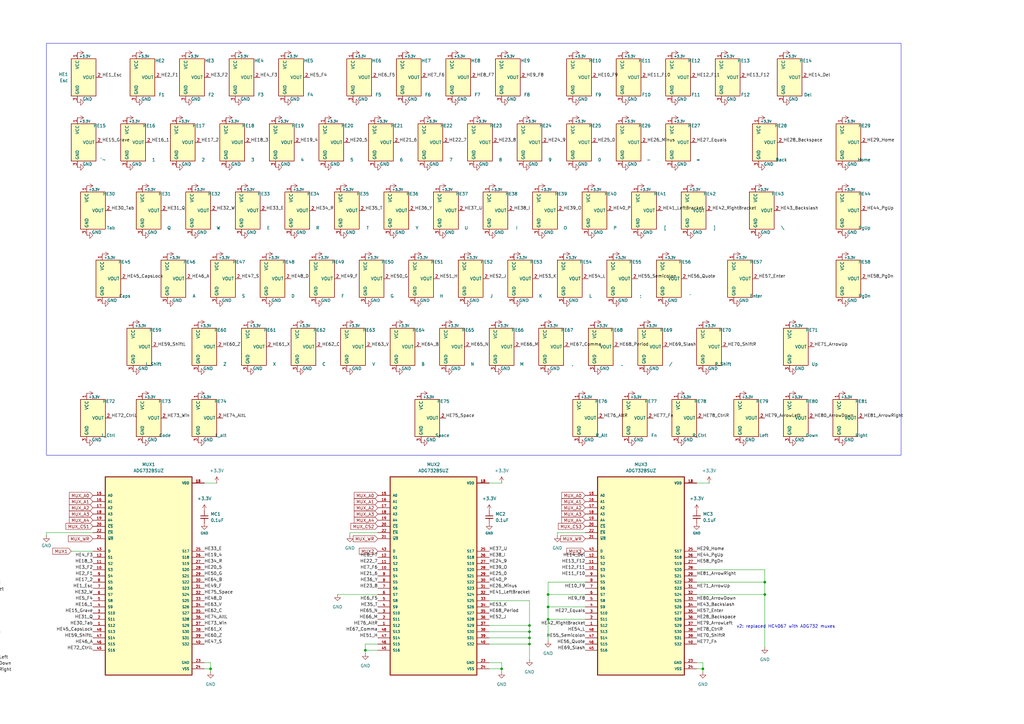
<source format=kicad_sch>
(kicad_sch (version 20250114) (generator "eeschema") (generator_version "9.0")
  (paper "A3")
  (rectangle (start 19.05 17.78) (end 369.57 186.69))
  (text "v2: replaced HC4067 with ADG732 muxes" (at 322.326 257.048 0) (effects (font (size 1.27 1.27))))
  (junction (at 313.69 243.84))
  (junction (at 313.69 238.76))
  (junction (at 224.79 248.92))
  (junction (at 86.36 274.32))
  (junction (at 224.79 254))
  (junction (at 217.17 261.62))
  (junction (at 224.79 243.84))
  (junction (at 217.17 264.16))
  (junction (at 149.86 266.7))
  (junction (at 217.17 256.54))
  (junction (at 205.74 274.32))
  (junction (at 217.17 259.08))
  (junction (at 288.29 274.32))
  (wire (pts (xy 290.83 198.12) (xy 285.75 198.12)))
  (wire (pts (xy 285.75 243.84) (xy 313.69 243.84)))
  (wire (pts (xy 19.05 218.44) (xy 19.05 219.71)))
  (wire (pts (xy 224.79 248.92) (xy 224.79 254)))
  (wire (pts (xy 228.6 218.44) (xy 240.03 218.44)))
  (wire (pts (xy 205.74 198.12) (xy 200.66 198.12)))
  (wire (pts (xy 143.51 218.44) (xy 154.94 218.44)))
  (wire (pts (xy 205.74 275.59) (xy 205.74 274.32)))
  (wire (pts (xy 200.66 256.54) (xy 217.17 256.54)))
  (wire (pts (xy 86.36 275.59) (xy 86.36 274.32)))
  (wire (pts (xy 205.74 271.78) (xy 205.74 274.32)))
  (wire (pts (xy 217.17 246.38) (xy 217.17 256.54)))
  (wire (pts (xy 224.79 238.76) (xy 224.79 243.84)))
  (wire (pts (xy 240.03 243.84) (xy 224.79 243.84)))
  (wire (pts (xy 217.17 261.62) (xy 217.17 264.16)))
  (wire (pts (xy 240.03 254) (xy 224.79 254)))
  (wire (pts (xy 288.29 271.78) (xy 288.29 274.32)))
  (wire (pts (xy 285.75 274.32) (xy 288.29 274.32)))
  (wire (pts (xy 149.86 266.7) (xy 149.86 267.97)))
  (wire (pts (xy 217.17 259.08) (xy 217.17 261.62)))
  (wire (pts (xy 224.79 243.84) (xy 224.79 248.92)))
  (wire (pts (xy 149.86 264.16) (xy 149.86 266.7)))
  (wire (pts (xy 285.75 271.78) (xy 288.29 271.78)))
  (wire (pts (xy 154.94 266.7) (xy 149.86 266.7)))
  (wire (pts (xy 143.51 218.44) (xy 143.51 219.71)))
  (wire (pts (xy 154.94 243.84) (xy 138.43 243.84)))
  (wire (pts (xy 288.29 275.59) (xy 288.29 274.32)))
  (wire (pts (xy 217.17 256.54) (xy 217.17 259.08)))
  (wire (pts (xy 313.69 233.68) (xy 313.69 238.76)))
  (wire (pts (xy 83.82 274.32) (xy 86.36 274.32)))
  (wire (pts (xy 217.17 264.16) (xy 217.17 270.51)))
  (wire (pts (xy 224.79 248.92) (xy 240.03 248.92)))
  (wire (pts (xy 29.21 226.06) (xy 38.1 226.06)))
  (wire (pts (xy 200.66 261.62) (xy 217.17 261.62)))
  (wire (pts (xy 83.82 271.78) (xy 86.36 271.78)))
  (wire (pts (xy 154.94 264.16) (xy 149.86 264.16)))
  (wire (pts (xy 285.75 238.76) (xy 313.69 238.76)))
  (wire (pts (xy 285.75 233.68) (xy 313.69 233.68)))
  (wire (pts (xy 200.66 259.08) (xy 217.17 259.08)))
  (wire (pts (xy 200.66 274.32) (xy 205.74 274.32)))
  (wire (pts (xy 200.66 264.16) (xy 217.17 264.16)))
  (wire (pts (xy 200.66 271.78) (xy 205.74 271.78)))
  (wire (pts (xy 88.9 198.12) (xy 83.82 198.12)))
  (wire (pts (xy 313.69 238.76) (xy 313.69 243.84)))
  (wire (pts (xy 86.36 271.78) (xy 86.36 274.32)))
  (wire (pts (xy 200.66 246.38) (xy 217.17 246.38)))
  (wire (pts (xy 228.6 218.44) (xy 228.6 219.71)))
  (wire (pts (xy 240.03 238.76) (xy 224.79 238.76)))
  (wire (pts (xy 224.79 262.89) (xy 224.79 254)))
  (wire (pts (xy 38.1 218.44) (xy 19.05 218.44)))
  (wire (pts (xy 313.69 243.84) (xy 313.69 265.43)))
  (label "HE61_X" (at 111.76 142.24 0))
  (label "HE46_A" (at 38.1 264.16 180))
  (label "HE52_J" (at -48.26 270.51 0))
  (label "HE27_Equals" (at -34.29 242.57 0))
  (label "HE73_Win" (at 68.58 171.45 0))
  (label "HE54_L" (at 241.3 114.3 0))
  (label "HE10_F9" (at 245.11 31.75 0))
  (label "HE29_Home" (at -34.29 247.65 0))
  (label "HE54_L" (at 240.03 259.08 180))
  (label "HE46_A" (at -48.26 255.27 0))
  (label "HE19_4" (at 123.19 58.42 0))
  (label "HE26_Minus" (at -34.29 240.03 0))
  (label "HE30_Tab" (at 38.1 256.54 180))
  (label "HE53_K" (at 200.66 248.92 0))
  (label "HE19_4" (at 83.82 228.6 0))
  (label "HE31_Q" (at -16.51 214.63 0))
  (label "HE15_Grave" (at 41.91 58.42 0))
  (label "HE69_Slash" (at 274.32 142.24 0))
  (label "HE22_7" (at 184.15 58.42 0))
  (label "HE36_Y" (at 170.18 86.36 0))
  (label "HE60_Z" (at -27.94 255.27 0))
  (label "HE23_8" (at 204.47 58.42 0))
  (label "HE63_V" (at 83.82 248.92 0))
  (label "HE14_Del" (at -48.26 245.11 0))
  (label "HE39_O" (at -16.51 234.95 0))
  (label "HE75_Space" (at 83.82 243.84 0))
  (label "HE43_Backslash" (at 320.04 86.36 0))
  (label "HE62_C" (at 83.82 251.46 0))
  (label "HE51_H" (at 154.94 261.62 180))
  (label "HE24_9" (at -34.29 234.95 0))
  (label "HE43_Backslash" (at 285.75 248.92 0))
  (label "HE34_R" (at -16.51 222.25 0))
  (label "HE52_J" (at 200.66 114.3 0))
  (label "HE14_Del" (at 240.03 228.6 180))
  (label "HE8_F7" (at -48.26 229.87 0))
  (label "HE41_LeftBracket" (at 271.78 86.36 0))
  (label "HE75_Space" (at -11.43 260.35 0))
  (label "HE56_Quote" (at 240.03 264.16 180))
  (label "HE2_F1" (at -48.26 214.63 0))
  (label "HE58_PgDn" (at 355.6 114.3 0))
  (label "HE50_G" (at -48.26 265.43 0))
  (label "HE78_CtrlR" (at 288.29 171.45 0))
  (label "HE74_AltL" (at 83.82 254 0))
  (label "HE32_W" (at 88.9 86.36 0))
  (label "HE25_0" (at 200.66 236.22 0))
  (label "HE68_Period" (at 254 142.24 0))
  (label "HE14_Del" (at 331.47 31.75 0))
  (label "HE45_CapsLock" (at 52.07 114.3 0))
  (label "HE18_3" (at 38.1 231.14 180))
  (label "HE33_E" (at 83.82 226.06 0))
  (label "HE66_M" (at -27.94 270.51 0))
  (label "HE53_K" (at 220.98 114.3 0))
  (label "HE60_Z" (at 83.82 261.62 0))
  (label "HE4_F3" (at 38.1 228.6 180))
  (label "HE55_Semicolon" (at -48.26 278.13 0))
  (label "HE3_F2" (at -48.26 217.17 0))
  (label "HE48_D" (at -48.26 260.35 0))
  (label "HE16_1" (at 62.23 58.42 0))
  (label "HE34_R" (at 83.82 231.14 0))
  (label "HE37_U" (at 200.66 226.06 0))
  (label "HE29_Home" (at 355.6 58.42 0))
  (label "HE31_Q" (at 38.1 254 180))
  (label "HE59_ShiftL" (at 64.77 142.24 0))
  (label "HE77_Fn" (at -11.43 265.43 0))
  (label "HE15_Grave" (at 38.1 251.46 180))
  (label "HE17_2" (at 38.1 238.76 180))
  (label "HE79_ArrowLeft" (at -11.43 270.51 0))
  (label "HE49_F" (at 83.82 241.3 0))
  (label "HE71_ArrowUp" (at 285.75 241.3 0))
  (label "HE35_T" (at -16.51 224.79 0))
  (label "HE4_F3" (at -48.26 219.71 0))
  (label "HE17_2" (at -34.29 217.17 0))
  (label "HE28_Backspace" (at 321.31 58.42 0))
  (label "HE20_5" (at -34.29 224.79 0))
  (label "HE55_Semicolon" (at 261.62 114.3 0))
  (label "HE32_W" (at -16.51 217.17 0))
  (label "HE11_F10" (at 240.03 236.22 180))
  (label "HE11_F10" (at -48.26 237.49 0))
  (label "HE34_R" (at 129.54 86.36 0))
  (label "HE40_P" (at -16.51 237.49 0))
  (label "HE22_7" (at -34.29 229.87 0))
  (label "HE49_F" (at -48.26 262.89 0))
  (label "HE3_F2" (at 38.1 233.68 180))
  (label "HE13_F12" (at 240.03 231.14 180))
  (label "HE74_AltL" (at 91.44 171.45 0))
  (label "HE61_X" (at 83.82 259.08 0))
  (label "HE66_M" (at 154.94 254 180))
  (label "HE76_AltR" (at 247.65 171.45 0))
  (label "HE45_CapsLock" (at 38.1 259.08 180))
  (label "HE38_I" (at 200.66 228.6 0))
  (label "HE70_ShiftR" (at 285.75 261.62 0))
  (label "HE66_M" (at 213.36 142.24 0))
  (label "HE9_F8" (at 215.9 31.75 0))
  (label "HE2_F1" (at 66.04 31.75 0))
  (label "HE67_Comma" (at 154.94 259.08 180))
  (label "HE58_PgDn" (at 285.75 231.14 0))
  (label "HE81_ArrowRight" (at 354.33 171.45 0))
  (label "HE44_PgUp" (at 285.75 228.6 0))
  (label "HE61_X" (at -27.94 257.81 0))
  (label "HE48_D" (at 83.82 246.38 0))
  (label "HE76_AltR" (at 154.94 256.54 180))
  (label "HE15_Grave" (at -34.29 212.09 0))
  (label "HE46_A" (at 78.74 114.3 0))
  (label "HE80_ArrowDown" (at 285.75 246.38 0))
  (label "HE48_D" (at 119.38 114.3 0))
  (label "HE30_Tab" (at -16.51 212.09 0))
  (label "HE6_F5" (at 154.94 246.38 180))
  (label "HE6_F5" (at -48.26 224.79 0))
  (label "HE70_ShiftR" (at -27.94 280.67 0))
  (label "HE8_F7" (at 195.58 31.75 0))
  (label "HE71_ArrowUp" (at 334.01 142.24 0))
  (label "HE20_5" (at 83.82 233.68 0))
  (label "HE11_F10" (at 265.43 31.75 0))
  (label "HE56_Quote" (at 281.94 114.3 0))
  (label "HE1_Esc" (at 38.1 241.3 180))
  (label "HE20_5" (at 143.51 58.42 0))
  (label "HE79_ArrowLeft" (at 285.75 256.54 0))
  (label "HE73_Win" (at -11.43 255.27 0))
  (label "HE78_CtrlR" (at -11.43 267.97 0))
  (label "HE24_9" (at 200.66 231.14 0))
  (label "HE24_9" (at 224.79 58.42 0))
  (label "HE4_F3" (at 106.68 31.75 0))
  (label "HE10_F9" (at -48.26 234.95 0))
  (label "HE18_3" (at 102.87 58.42 0))
  (label "HE74_AltL" (at -11.43 257.81 0))
  (label "HE7_F6" (at -48.26 227.33 0))
  (label "HE13_F12" (at 306.07 31.75 0))
  (label "HE32_W" (at 38.1 243.84 180))
  (label "HE5_F4" (at 38.1 246.38 180))
  (label "HE1_Esc" (at 41.91 31.75 0))
  (label "HE2_F1" (at 38.1 236.22 180))
  (label "HE21_6" (at -34.29 227.33 0))
  (label "HE8_F7" (at 154.94 228.6 180))
  (label "HE33_E" (at 109.22 86.36 0))
  (label "HE70_ShiftR" (at 298.45 142.24 0))
  (label "HE17_2" (at 82.55 58.42 0))
  (label "HE35_T" (at 154.94 248.92 180))
  (label "HE63_V" (at 152.4 142.24 0))
  (label "HE37_U" (at -16.51 229.87 0))
  (label "HE62_C" (at 132.08 142.24 0))
  (label "HE27_Equals" (at 285.75 58.42 0))
  (label "HE65_N" (at -27.94 267.97 0))
  (label "HE40_P" (at 200.66 238.76 0))
  (label "HE65_N" (at 193.04 142.24 0))
  (label "HE26_Minus" (at 265.43 58.42 0))
  (label "HE9_F8" (at -48.26 232.41 0))
  (label "HE33_E" (at -16.51 219.71 0))
  (label "HE36_Y" (at -16.51 227.33 0))
  (label "HE18_3" (at -34.29 219.71 0))
  (label "HE80_ArrowDown" (at -11.43 273.05 0))
  (label "HE64_B" (at 172.72 142.24 0))
  (label "HE52_J" (at 200.66 254 0))
  (label "HE62_C" (at -27.94 260.35 0))
  (label "HE1_Esc" (at -48.26 212.09 0))
  (label "HE49_F" (at 139.7 114.3 0))
  (label "HE67_Comma" (at -27.94 273.05 0))
  (label "HE55_Semicolon" (at 240.03 261.62 180))
  (label "HE69_Slash" (at 240.03 266.7 180))
  (label "HE57_Enter" (at 285.75 251.46 0))
  (label "HE69_Slash" (at -27.94 278.13 0))
  (label "HE38_I" (at 210.82 86.36 0))
  (label "HE6_F5" (at 154.94 31.75 0))
  (label "HE41_LeftBracket" (at 200.66 243.84 0))
  (label "HE59_ShiftL" (at -27.94 252.73 0))
  (label "HE19_4" (at -34.29 222.25 0))
  (label "HE81_ArrowRight" (at 285.75 236.22 0))
  (label "HE80_ArrowDown" (at 334.01 171.45 0))
  (label "HE22_7" (at 154.94 231.14 180))
  (label "HE47_S" (at -48.26 257.81 0))
  (label "HE64_B" (at 83.82 238.76 0))
  (label "HE63_V" (at -27.94 262.89 0))
  (label "HE71_ArrowUp" (at -27.94 283.21 0))
  (label "HE37_U" (at 190.5 86.36 0))
  (label "HE31_Q" (at 68.58 86.36 0))
  (label "HE44_PgUp" (at -16.51 247.65 0))
  (label "HE53_K" (at -48.26 273.05 0))
  (label "HE42_RightBracket" (at -16.51 242.57 0))
  (label "HE45_CapsLock" (at -48.26 252.73 0))
  (label "HE47_S" (at 83.82 264.16 0))
  (label "HE12_F11" (at 285.75 31.75 0))
  (label "HE39_O" (at 200.66 233.68 0))
  (label "HE5_F4" (at 127 31.75 0))
  (label "HE41_LeftBracket" (at -16.51 240.03 0))
  (label "HE7_F6" (at 154.94 233.68 180))
  (label "HE40_P" (at 251.46 86.36 0))
  (label "HE16_1" (at 38.1 248.92 180))
  (label "HE57_Enter" (at -48.26 283.21 0))
  (label "HE42_RightBracket" (at 240.03 256.54 180))
  (label "HE57_Enter" (at 311.15 114.3 0))
  (label "HE13_F12" (at -48.26 242.57 0))
  (label "HE3_F2" (at 86.36 31.75 0))
  (label "HE76_AltR" (at -11.43 262.89 0))
  (label "HE10_F9" (at 240.03 241.3 180))
  (label "HE26_Minus" (at 200.66 241.3 0))
  (label "HE21_6" (at 163.83 58.42 0))
  (label "HE12_F11" (at -48.26 240.03 0))
  (label "HE38_I" (at -16.51 232.41 0))
  (label "HE75_Space" (at 182.88 171.45 0))
  (label "HE51_H" (at -48.26 267.97 0))
  (label "HE43_Backslash" (at -16.51 245.11 0))
  (label "HE39_O" (at 231.14 86.36 0))
  (label "HE25_0" (at -34.29 237.49 0))
  (label "HE68_Period" (at -27.94 275.59 0))
  (label "HE73_Win" (at 83.82 256.54 0))
  (label "HE42_RightBracket" (at 292.1 86.36 0))
  (label "HE79_ArrowLeft" (at 313.69 171.45 0))
  (label "HE5_F4" (at -48.26 222.25 0))
  (label "HE7_F6" (at 175.26 31.75 0))
  (label "HE29_Home" (at 285.75 226.06 0))
  (label "HE9_F8" (at 240.03 246.38 180))
  (label "HE68_Period" (at 200.66 251.46 0))
  (label "HE56_Quote" (at -48.26 280.67 0))
  (label "HE77_Fn" (at 285.75 264.16 0))
  (label "HE28_Backspace" (at 285.75 254 0))
  (label "HE65_N" (at 154.94 251.46 180))
  (label "HE27_Equals" (at 240.03 251.46 180))
  (label "HE30_Tab" (at 45.72 86.36 0))
  (label "HE72_CtrlL" (at 38.1 266.7 180))
  (label "HE72_CtrlL" (at -11.43 252.73 0))
  (label "HE60_Z" (at 91.44 142.24 0))
  (label "HE78_CtrlR" (at 285.75 259.08 0))
  (label "HE81_ArrowRight" (at -11.43 275.59 0))
  (label "HE36_Y" (at 154.94 238.76 180))
  (label "HE64_B" (at -27.94 265.43 0))
  (label "HE28_Backspace" (at -34.29 245.11 0))
  (label "HE58_PgDn" (at -48.26 285.75 0))
  (label "HE23_8" (at 154.94 241.3 180))
  (label "HE51_H" (at 180.34 114.3 0))
  (label "HE50_G" (at 83.82 236.22 0))
  (label "HE77_Fn" (at 267.97 171.45 0))
  (label "HE25_0" (at 245.11 58.42 0))
  (label "HE23_8" (at -34.29 232.41 0))
  (label "HE44_PgUp" (at 355.6 86.36 0))
  (label "HE35_T" (at 149.86 86.36 0))
  (label "HE47_S" (at 99.06 114.3 0))
  (label "HE21_6" (at 154.94 236.22 180))
  (label "HE12_F11" (at 240.03 233.68 180))
  (label "HE16_1" (at -34.29 214.63 0))
  (label "HE72_CtrlL" (at 45.72 171.45 0))
  (label "HE59_ShiftL" (at 38.1 261.62 180))
  (label "HE50_G" (at 160.02 114.3 0))
  (label "HE67_Comma" (at 233.68 142.24 0))
  (label "HE54_L" (at -48.26 275.59 0))
  (global_label "MUX_CS3" (shape input) (at 240.03 215.9 180) (property "Intersheetrefs" "${INTERSHEET_REFS}" (effects (hide yes))))
  (global_label "MUX_A4" (shape input) (at 38.1 213.36 180) (property "Intersheetrefs" "${INTERSHEET_REFS}" (effects (hide yes))))
  (global_label "MUX_A0" (shape input) (at 240.03 203.2 180) (property "Intersheetrefs" "${INTERSHEET_REFS}" (effects (hide yes))))
  (global_label "MUX_A4" (shape input) (at 240.03 213.36 180) (property "Intersheetrefs" "${INTERSHEET_REFS}" (effects (hide yes))))
  (global_label "MUX_CS1" (shape input) (at 38.1 215.9 180) (property "Intersheetrefs" "${INTERSHEET_REFS}" (effects (hide yes))))
  (global_label "MUX3" (shape input) (at 240.03 226.06 180) (property "Intersheetrefs" "${INTERSHEET_REFS}" (effects (hide yes))))
  (global_label "MUX_A0" (shape input) (at 38.1 203.2 180) (property "Intersheetrefs" "${INTERSHEET_REFS}" (effects (hide yes))))
  (global_label "MUX_A2" (shape input) (at 240.03 208.28 180) (property "Intersheetrefs" "${INTERSHEET_REFS}" (effects (hide yes))))
  (global_label "MUX_WR" (shape input) (at 240.03 220.98 180) (property "Intersheetrefs" "${INTERSHEET_REFS}" (effects (hide yes))))
  (global_label "MUX_A0" (shape input) (at 154.94 203.2 180) (property "Intersheetrefs" "${INTERSHEET_REFS}" (effects (hide yes))))
  (global_label "MUX_A2" (shape input) (at 38.1 208.28 180) (property "Intersheetrefs" "${INTERSHEET_REFS}" (effects (hide yes))))
  (global_label "MUX_WR" (shape input) (at 38.1 220.98 180) (property "Intersheetrefs" "${INTERSHEET_REFS}" (effects (hide yes))))
  (global_label "MUX_WR" (shape input) (at 154.94 220.98 180) (property "Intersheetrefs" "${INTERSHEET_REFS}" (effects (hide yes))))
  (global_label "MUX_A4" (shape input) (at 154.94 213.36 180) (property "Intersheetrefs" "${INTERSHEET_REFS}" (effects (hide yes))))
  (global_label "MUX_A1" (shape input) (at 38.1 205.74 180) (property "Intersheetrefs" "${INTERSHEET_REFS}" (effects (hide yes))))
  (global_label "MUX_A1" (shape input) (at 154.94 205.74 180) (property "Intersheetrefs" "${INTERSHEET_REFS}" (effects (hide yes))))
  (global_label "MUX_A1" (shape input) (at 240.03 205.74 180) (property "Intersheetrefs" "${INTERSHEET_REFS}" (effects (hide yes))))
  (global_label "MUX_A3" (shape input) (at 154.94 210.82 180) (property "Intersheetrefs" "${INTERSHEET_REFS}" (effects (hide yes))))
  (global_label "MUX_A3" (shape input) (at 240.03 210.82 180) (property "Intersheetrefs" "${INTERSHEET_REFS}" (effects (hide yes))))
  (global_label "MUX_A3" (shape input) (at 38.1 210.82 180) (property "Intersheetrefs" "${INTERSHEET_REFS}" (effects (hide yes))))
  (global_label "MUX1" (shape input) (at 29.21 226.06 180) (property "Intersheetrefs" "${INTERSHEET_REFS}" (effects (hide yes))))
  (global_label "MUX_CS2" (shape input) (at 154.94 215.9 180) (property "Intersheetrefs" "${INTERSHEET_REFS}" (effects (hide yes))))
  (global_label "MUX_A2" (shape input) (at 154.94 208.28 180) (property "Intersheetrefs" "${INTERSHEET_REFS}" (effects (hide yes))))
  (global_label "MUX2" (shape input) (at 154.94 226.06 180) (property "Intersheetrefs" "${INTERSHEET_REFS}" (effects (hide yes))))
  (symbol (lib_id "power:GND") (at 231.14 124.46 90) (unit 1)
    (property "Reference" "#PWR0321" (effects (hide yes)))
    (property "Value" "GND" (at 233.172 123.19 90) (effects (justify right)))
    (property "Description" "Power symbol creates a global label with name \"GND\" , ground" (effects (hide yes)))
  )
  (symbol (lib_id "power:+3.3V") (at 81.28 132.08 270) (unit 1)
    (property "Reference" "#PWR0332" (effects (hide yes)))
    (property "Value" "+3.3V" (at 84.328 133.604 90) (effects (font (size 1 1))))
    (property "Description" "Power symbol creates a global label with name \"+3.3V\"" (effects (hide yes)))
  )
  (symbol (lib_id "power:+3.3V") (at 162.56 132.08 270) (unit 1)
    (property "Reference" "#PWR0340" (effects (hide yes)))
    (property "Value" "+3.3V" (at 165.608 133.604 90) (effects (font (size 1 1))))
    (property "Description" "Power symbol creates a global label with name \"+3.3V\"" (effects (hide yes)))
  )
  (symbol (lib_id "power:GND") (at 313.69 265.43 0) (unit 1)
    (property "Reference" "#PWR0450" (effects (hide yes)))
    (property "Value" "GND" (at 313.69 270.51 0))
    (property "Description" "Power symbol creates a global label with name \"GND\" , ground" (effects (hide yes)))
  )
  (symbol (lib_id "power:GND") (at 153.67 68.58 90) (unit 1)
    (property "Reference" "#PWR0255" (effects (hide yes)))
    (property "Value" "GND" (at 155.702 67.31 90) (effects (justify right)))
    (property "Description" "Power symbol creates a global label with name \"GND\" , ground" (effects (hide yes)))
  )
  (symbol (lib_id "PCM_marbastlib-he:SW_MX_HE") (at 240.03 171.45 0) (unit 1)
    (property "Reference" "HE76" (at 249.174 164.592 0) (effects (justify right)))
    (property "Value" "R_Alt" (at 249.174 178.562 0) (effects (justify right)))
    (property "Footprint" "PCM_marbastlib-xp-he:SW_MX_HE_90deg_1u" (effects (hide yes)))
    (property "Datasheet" "https://wmsc.lcsc.com/wmsc/upload/file/pdf/v2/lcsc/2310271810_Hallwee-HAL9303SO_C19089525.pdf" (effects (hide yes)))
    (property "Description" "Hall effect switch, bipolar, -+1000Gs, 4.7mV/Gs, -40C to +150C, SOT-23" (effects (hide yes)))
  )
  (symbol (lib_id "power:GND") (at 228.6 219.71 0) (unit 1)
    (property "Reference" "#PWR011" (effects (hide yes)))
    (property "Value" "GND" (at 228.6 224.79 0))
    (property "Description" "Power symbol creates a global label with name \"GND\" , ground" (effects (hide yes)))
  )
  (symbol (lib_id "power:GND") (at 72.39 68.58 90) (unit 1)
    (property "Reference" "#PWR0247" (effects (hide yes)))
    (property "Value" "GND" (at 74.422 67.31 90) (effects (justify right)))
    (property "Description" "Power symbol creates a global label with name \"GND\" , ground" (effects (hide yes)))
  )
  (symbol (lib_id "power:GND") (at 172.72 181.61 90) (unit 1)
    (property "Reference" "#PWR0363" (effects (hide yes)))
    (property "Value" "GND" (at 174.752 180.34 90) (effects (justify right)))
    (property "Description" "Power symbol creates a global label with name \"GND\" , ground" (effects (hide yes)))
  )
  (symbol (lib_id "power:+3.3V") (at 58.42 161.29 270) (unit 1)
    (property "Reference" "#PWR0358" (effects (hide yes)))
    (property "Value" "+3.3V" (at 61.468 162.814 90) (effects (font (size 1 1))))
    (property "Description" "Power symbol creates a global label with name \"+3.3V\"" (effects (hide yes)))
  )
  (symbol (lib_id "PCM_marbastlib-he:SW_MX_HE") (at 290.83 142.24 0) (unit 1)
    (property "Reference" "HE70" (at 299.974 135.382 0) (effects (justify right)))
    (property "Value" "R_Shift" (at 299.974 149.352 0) (effects (justify right)))
    (property "Footprint" "PCM_marbastlib-xp-he:SW_MX_HE_90deg_1.75u" (effects (hide yes)))
    (property "Datasheet" "https://wmsc.lcsc.com/wmsc/upload/file/pdf/v2/lcsc/2310271810_Hallwee-HAL9303SO_C19089525.pdf" (effects (hide yes)))
    (property "Description" "Hall effect switch, bipolar, -+1000Gs, 4.7mV/Gs, -40C to +150C, SOT-23" (effects (hide yes)))
  )
  (symbol (lib_id "PCM_marbastlib-he:SW_MX_HE") (at 101.6 86.36 0) (unit 1)
    (property "Reference" "HE33" (at 110.744 79.502 0) (effects (justify right)))
    (property "Value" "E" (at 110.744 93.472 0) (effects (justify right)))
    (property "Footprint" "PCM_marbastlib-xp-he:SW_MX_HE_90deg_1u" (effects (hide yes)))
    (property "Datasheet" "https://wmsc.lcsc.com/wmsc/upload/file/pdf/v2/lcsc/2310271810_Hallwee-HAL9303SO_C19089525.pdf" (effects (hide yes)))
    (property "Description" "Hall effect switch, bipolar, -+1000Gs, 4.7mV/Gs, -40C to +150C, SOT-23" (effects (hide yes)))
  )
  (symbol (lib_id "power:GND") (at 345.44 68.58 90) (unit 1)
    (property "Reference" "#PWR0271" (effects (hide yes)))
    (property "Value" "GND" (at 347.472 67.31 90) (effects (justify right)))
    (property "Description" "Power symbol creates a global label with name \"GND\" , ground" (effects (hide yes)))
  )
  (symbol (lib_id "PCM_marbastlib-he:SW_MX_HE") (at 306.07 171.45 0) (unit 1)
    (property "Reference" "HE79" (at 315.214 164.592 0) (effects (justify right)))
    (property "Value" "Left" (at 315.214 178.562 0) (effects (justify right)))
    (property "Footprint" "PCM_marbastlib-xp-he:SW_MX_HE_90deg_1u" (effects (hide yes)))
    (property "Datasheet" "https://wmsc.lcsc.com/wmsc/upload/file/pdf/v2/lcsc/2310271810_Hallwee-HAL9303SO_C19089525.pdf" (effects (hide yes)))
    (property "Description" "Hall effect switch, bipolar, -+1000Gs, 4.7mV/Gs, -40C to +150C, SOT-23" (effects (hide yes)))
  )
  (symbol (lib_id "PCM_marbastlib-he:SW_MX_HE") (at 237.49 31.75 0) (unit 1)
    (property "Reference" "HE10" (at 246.634 24.892 0) (effects (justify right)))
    (property "Value" "F9" (at 246.634 38.862 0) (effects (justify right)))
    (property "Footprint" "PCM_marbastlib-xp-he:SW_MX_HE_90deg_1u" (effects (hide yes)))
    (property "Datasheet" "https://wmsc.lcsc.com/wmsc/upload/file/pdf/v2/lcsc/2310271810_Hallwee-HAL9303SO_C19089525.pdf" (effects (hide yes)))
    (property "Description" "Hall effect switch, bipolar, -+1000Gs, 4.7mV/Gs, -40C to +150C, SOT-23" (effects (hide yes)))
  )
  (symbol (lib_id "PCM_marbastlib-he:SW_MX_HE") (at 165.1 142.24 0) (unit 1)
    (property "Reference" "HE64" (at 174.244 135.382 0) (effects (justify right)))
    (property "Value" "B" (at 174.244 149.352 0) (effects (justify right)))
    (property "Footprint" "PCM_marbastlib-xp-he:SW_MX_HE_90deg_1u" (effects (hide yes)))
    (property "Datasheet" "https://wmsc.lcsc.com/wmsc/upload/file/pdf/v2/lcsc/2310271810_Hallwee-HAL9303SO_C19089525.pdf" (effects (hide yes)))
    (property "Description" "Hall effect switch, bipolar, -+1000Gs, 4.7mV/Gs, -40C to +150C, SOT-23" (effects (hide yes)))
  )
  (symbol (lib_id "PCM_marbastlib-he:SW_MX_HE") (at 34.29 31.75 0) (unit 1)
    (property "Reference" "HE1" (at 27.94 30.4799 0) (effects (justify right)))
    (property "Value" "Esc" (at 27.94 33.0199 0) (effects (justify right)))
    (property "Footprint" "PCM_marbastlib-xp-he:SW_MX_HE_90deg_1u" (effects (hide yes)))
    (property "Datasheet" "https://wmsc.lcsc.com/wmsc/upload/file/pdf/v2/lcsc/2310271810_Hallwee-HAL9303SO_C19089525.pdf" (effects (hide yes)))
    (property "Description" "Hall effect switch, bipolar, -+1000Gs, 4.7mV/Gs, -40C to +150C, SOT-23" (effects (hide yes)))
  )
  (symbol (lib_id "power:+3.3V") (at 92.71 48.26 270) (unit 1)
    (property "Reference" "#PWR0248" (effects (hide yes)))
    (property "Value" "+3.3V" (at 95.758 49.784 90) (effects (font (size 1 1))))
    (property "Description" "Power symbol creates a global label with name \"+3.3V\"" (effects (hide yes)))
  )
  (symbol (lib_id "power:GND") (at 180.34 96.52 90) (unit 1)
    (property "Reference" "#PWR0287" (effects (hide yes)))
    (property "Value" "GND" (at 182.372 95.25 90) (effects (justify right)))
    (property "Description" "Power symbol creates a global label with name \"GND\" , ground" (effects (hide yes)))
  )
  (symbol (lib_id "power:GND") (at 255.27 68.58 90) (unit 1)
    (property "Reference" "#PWR0265" (effects (hide yes)))
    (property "Value" "GND" (at 257.302 67.31 90) (effects (justify right)))
    (property "Description" "Power symbol creates a global label with name \"GND\" , ground" (effects (hide yes)))
  )
  (symbol (lib_id "PCM_marbastlib-he:SW_MX_HE") (at 152.4 114.3 0) (unit 1)
    (property "Reference" "HE50" (at 161.544 107.442 0) (effects (justify right)))
    (property "Value" "G" (at 161.544 121.412 0) (effects (justify right)))
    (property "Footprint" "PCM_marbastlib-xp-he:SW_MX_HE_90deg_1u" (effects (hide yes)))
    (property "Datasheet" "https://wmsc.lcsc.com/wmsc/upload/file/pdf/v2/lcsc/2310271810_Hallwee-HAL9303SO_C19089525.pdf" (effects (hide yes)))
    (property "Description" "Hall effect switch, bipolar, -+1000Gs, 4.7mV/Gs, -40C to +150C, SOT-23" (effects (hide yes)))
  )
  (symbol (lib_id "power:+3.3V") (at 194.31 48.26 270) (unit 1)
    (property "Reference" "#PWR0258" (effects (hide yes)))
    (property "Value" "+3.3V" (at 197.358 49.784 90) (effects (font (size 1 1))))
    (property "Description" "Power symbol creates a global label with name \"+3.3V\"" (effects (hide yes)))
  )
  (symbol (lib_id "power:GND") (at 275.59 68.58 90) (unit 1)
    (property "Reference" "#PWR0267" (effects (hide yes)))
    (property "Value" "GND" (at 277.622 67.31 90) (effects (justify right)))
    (property "Description" "Power symbol creates a global label with name \"GND\" , ground" (effects (hide yes)))
  )
  (symbol (lib_id "power:GND") (at 78.74 96.52 90) (unit 1)
    (property "Reference" "#PWR0277" (effects (hide yes)))
    (property "Value" "GND" (at 80.772 95.25 90) (effects (justify right)))
    (property "Description" "Power symbol creates a global label with name \"GND\" , ground" (effects (hide yes)))
  )
  (symbol (lib_id "power:GND") (at 165.1 41.91 90) (unit 1)
    (property "Reference" "#PWR0227" (effects (hide yes)))
    (property "Value" "GND" (at 167.132 40.64 90) (effects (justify right)))
    (property "Description" "Power symbol creates a global label with name \"GND\" , ground" (effects (hide yes)))
  )
  (symbol (lib_id "PCM_marbastlib-he:SW_MX_HE") (at 254 114.3 0) (unit 1)
    (property "Reference" "HE55" (at 263.144 107.442 0) (effects (justify right)))
    (property "Value" ";" (at 263.144 121.412 0) (effects (justify right)))
    (property "Footprint" "PCM_marbastlib-xp-he:SW_MX_HE_90deg_1u" (effects (hide yes)))
    (property "Datasheet" "https://wmsc.lcsc.com/wmsc/upload/file/pdf/v2/lcsc/2310271810_Hallwee-HAL9303SO_C19089525.pdf" (effects (hide yes)))
    (property "Description" "Hall effect switch, bipolar, -+1000Gs, 4.7mV/Gs, -40C to +150C, SOT-23" (effects (hide yes)))
  )
  (symbol (lib_id "power:GND") (at 243.84 152.4 90) (unit 1)
    (property "Reference" "#PWR0349" (effects (hide yes)))
    (property "Value" "GND" (at 245.872 151.13 90) (effects (justify right)))
    (property "Description" "Power symbol creates a global label with name \"GND\" , ground" (effects (hide yes)))
  )
  (symbol (lib_id "PCM_marbastlib-he:SW_MX_HE") (at 132.08 114.3 0) (unit 1)
    (property "Reference" "HE49" (at 141.224 107.442 0) (effects (justify right)))
    (property "Value" "F" (at 141.224 121.412 0) (effects (justify right)))
    (property "Footprint" "PCM_marbastlib-xp-he:SW_MX_HE_90deg_1u" (effects (hide yes)))
    (property "Datasheet" "https://wmsc.lcsc.com/wmsc/upload/file/pdf/v2/lcsc/2310271810_Hallwee-HAL9303SO_C19089525.pdf" (effects (hide yes)))
    (property "Description" "Hall effect switch, bipolar, -+1000Gs, 4.7mV/Gs, -40C to +150C, SOT-23" (effects (hide yes)))
  )
  (symbol (lib_id "power:GND") (at 173.99 68.58 90) (unit 1)
    (property "Reference" "#PWR0257" (effects (hide yes)))
    (property "Value" "GND" (at 176.022 67.31 90) (effects (justify right)))
    (property "Description" "Power symbol creates a global label with name \"GND\" , ground" (effects (hide yes)))
  )
  (symbol (lib_id "PCM_marbastlib-he:SW_MX_HE") (at 147.32 31.75 0) (unit 1)
    (property "Reference" "HE6" (at 156.464 24.892 0) (effects (justify right)))
    (property "Value" "F5" (at 156.464 38.862 0) (effects (justify right)))
    (property "Footprint" "PCM_marbastlib-xp-he:SW_MX_HE_90deg_1u" (effects (hide yes)))
    (property "Datasheet" "https://wmsc.lcsc.com/wmsc/upload/file/pdf/v2/lcsc/2310271810_Hallwee-HAL9303SO_C19089525.pdf" (effects (hide yes)))
    (property "Description" "Hall effect switch, bipolar, -+1000Gs, 4.7mV/Gs, -40C to +150C, SOT-23" (effects (hide yes)))
  )
  (symbol (lib_id "power:GND") (at 35.56 181.61 90) (unit 1)
    (property "Reference" "#PWR0357" (effects (hide yes)))
    (property "Value" "GND" (at 37.592 180.34 90) (effects (justify right)))
    (property "Description" "Power symbol creates a global label with name \"GND\" , ground" (effects (hide yes)))
  )
  (symbol (lib_id "power:GND") (at 321.31 41.91 90) (unit 1)
    (property "Reference" "#PWR0241" (effects (hide yes)))
    (property "Value" "GND" (at 323.342 40.64 90) (effects (justify right)))
    (property "Description" "Power symbol creates a global label with name \"GND\" , ground" (effects (hide yes)))
  )
  (symbol (lib_id "power:+3.3V") (at 345.44 76.2 270) (unit 1)
    (property "Reference" "#PWR0300" (effects (hide yes)))
    (property "Value" "+3.3V" (at 348.488 77.724 90) (effects (font (size 1 1))))
    (property "Description" "Power symbol creates a global label with name \"+3.3V\"" (effects (hide yes)))
  )
  (symbol (lib_id "power:+3.3V") (at 78.74 76.2 270) (unit 1)
    (property "Reference" "#PWR0276" (effects (hide yes)))
    (property "Value" "+3.3V" (at 81.788 77.724 90) (effects (font (size 1 1))))
    (property "Description" "Power symbol creates a global label with name \"+3.3V\"" (effects (hide yes)))
  )
  (symbol (lib_id "power:+3.3V") (at 288.29 132.08 270) (unit 1)
    (property "Reference" "#PWR0352" (effects (hide yes)))
    (property "Value" "+3.3V" (at 291.338 133.604 90) (effects (font (size 1 1))))
    (property "Description" "Power symbol creates a global label with name \"+3.3V\"" (effects (hide yes)))
  )
  (symbol (lib_id "power:+3.3V") (at 203.2 132.08 270) (unit 1)
    (property "Reference" "#PWR0344" (effects (hide yes)))
    (property "Value" "+3.3V" (at 206.248 133.604 90) (effects (font (size 1 1))))
    (property "Description" "Power symbol creates a global label with name \"+3.3V\"" (effects (hide yes)))
  )
  (symbol (lib_id "power:+3.3V") (at 275.59 21.59 270) (unit 1)
    (property "Reference" "#PWR0236" (effects (hide yes)))
    (property "Value" "+3.3V" (at 278.638 23.114 90) (effects (font (size 1 1))))
    (property "Description" "Power symbol creates a global label with name \"+3.3V\"" (effects (hide yes)))
  )
  (symbol (lib_id "power:GND") (at 220.98 96.52 90) (unit 1)
    (property "Reference" "#PWR0291" (effects (hide yes)))
    (property "Value" "GND" (at 223.012 95.25 90) (effects (justify right)))
    (property "Description" "Power symbol creates a global label with name \"GND\" , ground" (effects (hide yes)))
  )
  (symbol (lib_id "power:GND") (at 264.16 152.4 90) (unit 1)
    (property "Reference" "#PWR0351" (effects (hide yes)))
    (property "Value" "GND" (at 266.192 151.13 90) (effects (justify right)))
    (property "Description" "Power symbol creates a global label with name \"GND\" , ground" (effects (hide yes)))
  )
  (symbol (lib_id "power:+3.3V") (at 81.28 161.29 270) (unit 1)
    (property "Reference" "#PWR0360" (effects (hide yes)))
    (property "Value" "+3.3V" (at 84.328 162.814 90) (effects (font (size 1 1))))
    (property "Description" "Power symbol creates a global label with name \"+3.3V\"" (effects (hide yes)))
  )
  (symbol (lib_id "power:GND") (at 58.42 181.61 90) (unit 1)
    (property "Reference" "#PWR0359" (effects (hide yes)))
    (property "Value" "GND" (at 60.452 180.34 90) (effects (justify right)))
    (property "Description" "Power symbol creates a global label with name \"GND\" , ground" (effects (hide yes)))
  )
  (symbol (lib_id "ADG732BSUZ:ADG732BSUZ") (at 60.96 236.22 0) (unit 1)
    (property "Reference" "MUX1" (at 60.96 190.5 0))
    (property "Value" "ADG732BSUZ" (at 60.96 193.04 0))
    (property "Footprint" "ADG732BSUZ:QFP50P900X900X120-49N" (effects (hide yes)))
    (property "MF" "Analog Devices" (effects (hide yes)))
    (property "DESCRIPTION" "Analog Multiplexer Single 32: 1 48-Pin TQFP Tray" (effects (hide yes)))
    (property "PACKAGE" "TQFP-48 Analog Devices" (effects (hide yes)))
    (property "PRICE" "None" (effects (hide yes)))
    (property "Package" "TQFP -48 Analog Devices" (effects (hide yes)))
    (property "Check_prices" "https://www.snapeda.com/parts/ADG732BSUZ/Analog+Devices/view-part/?ref=eda" (effects (hide yes)))
    (property "STANDARD" "IPC7351B" (effects (hide yes)))
    (property "SnapEDA_Link" "https://www.snapeda.com/parts/ADG732BSUZ/Analog+Devices/view-part/?ref=snap" (effects (hide yes)))
    (property "MP" "ADG732BSUZ" (effects (hide yes)))
    (property "Availability" "In Stock" (effects (hide yes)))
    (property "Price" "None" (effects (hide yes)))
    (property "Description_1" "32-Channel, 4 Ω 1.8 V to 5.5 V, ±2.5 V, Analog Multiplexer" (effects (hide yes)))
  )
  (symbol (lib_id "power:+3.3V") (at 223.52 132.08 270) (unit 1)
    (property "Reference" "#PWR0346" (effects (hide yes)))
    (property "Value" "+3.3V" (at 226.568 133.604 90) (effects (font (size 1 1))))
    (property "Description" "Power symbol creates a global label with name \"+3.3V\"" (effects (hide yes)))
  )
  (symbol (lib_id "PCM_marbastlib-he:SW_MX_HE") (at 196.85 58.42 0) (unit 1)
    (property "Reference" "HE23" (at 205.994 51.562 0) (effects (justify right)))
    (property "Value" "8" (at 205.994 65.532 0) (effects (justify right)))
    (property "Footprint" "PCM_marbastlib-xp-he:SW_MX_HE_90deg_1u" (effects (hide yes)))
    (property "Datasheet" "https://wmsc.lcsc.com/wmsc/upload/file/pdf/v2/lcsc/2310271810_Hallwee-HAL9303SO_C19089525.pdf" (effects (hide yes)))
    (property "Description" "Hall effect switch, bipolar, -+1000Gs, 4.7mV/Gs, -40C to +150C, SOT-23" (effects (hide yes)))
  )
  (symbol (lib_id "PCM_marbastlib-he:SW_MX_HE") (at 71.12 114.3 0) (unit 1)
    (property "Reference" "HE46" (at 80.264 107.442 0) (effects (justify right)))
    (property "Value" "A" (at 80.264 121.412 0) (effects (justify right)))
    (property "Footprint" "PCM_marbastlib-xp-he:SW_MX_HE_90deg_1u" (effects (hide yes)))
    (property "Datasheet" "https://wmsc.lcsc.com/wmsc/upload/file/pdf/v2/lcsc/2310271810_Hallwee-HAL9303SO_C19089525.pdf" (effects (hide yes)))
    (property "Description" "Hall effect switch, bipolar, -+1000Gs, 4.7mV/Gs, -40C to +150C, SOT-23" (effects (hide yes)))
  )
  (symbol (lib_id "power:+3.3V") (at 255.27 48.26 270) (unit 1)
    (property "Reference" "#PWR0264" (effects (hide yes)))
    (property "Value" "+3.3V" (at 258.318 49.784 90) (effects (font (size 1 1))))
    (property "Description" "Power symbol creates a global label with name \"+3.3V\"" (effects (hide yes)))
  )
  (symbol (lib_id "PCM_marbastlib-he:SW_MX_HE") (at 60.96 86.36 0) (unit 1)
    (property "Reference" "HE31" (at 70.104 79.502 0) (effects (justify right)))
    (property "Value" "Q" (at 70.104 93.472 0) (effects (justify right)))
    (property "Footprint" "PCM_marbastlib-xp-he:SW_MX_HE_90deg_1u" (effects (hide yes)))
    (property "Datasheet" "https://wmsc.lcsc.com/wmsc/upload/file/pdf/v2/lcsc/2310271810_Hallwee-HAL9303SO_C19089525.pdf" (effects (hide yes)))
    (property "Description" "Hall effect switch, bipolar, -+1000Gs, 4.7mV/Gs, -40C to +150C, SOT-23" (effects (hide yes)))
  )
  (symbol (lib_id "PCM_marbastlib-he:SW_MX_HE") (at 246.38 142.24 0) (unit 1)
    (property "Reference" "HE68" (at 255.524 135.382 0) (effects (justify right)))
    (property "Value" "." (at 255.524 149.352 0) (effects (justify right)))
    (property "Footprint" "PCM_marbastlib-xp-he:SW_MX_HE_90deg_1u" (effects (hide yes)))
    (property "Datasheet" "https://wmsc.lcsc.com/wmsc/upload/file/pdf/v2/lcsc/2310271810_Hallwee-HAL9303SO_C19089525.pdf" (effects (hide yes)))
    (property "Description" "Hall effect switch, bipolar, -+1000Gs, 4.7mV/Gs, -40C to +150C, SOT-23" (effects (hide yes)))
  )
  (symbol (lib_id "power:GND") (at 31.75 68.58 90) (unit 1)
    (property "Reference" "#PWR0243" (effects (hide yes)))
    (property "Value" "GND" (at 33.782 67.31 90) (effects (justify right)))
    (property "Description" "Power symbol creates a global label with name \"GND\" , ground" (effects (hide yes)))
  )
  (symbol (lib_id "power:+3.3V") (at 200.66 76.2 270) (unit 1)
    (property "Reference" "#PWR0288" (effects (hide yes)))
    (property "Value" "+3.3V" (at 203.708 77.724 90) (effects (font (size 1 1))))
    (property "Description" "Power symbol creates a global label with name \"+3.3V\"" (effects (hide yes)))
  )
  (symbol (lib_id "power:GND") (at 257.81 181.61 90) (unit 1)
    (property "Reference" "#PWR0367" (effects (hide yes)))
    (property "Value" "GND" (at 259.842 180.34 90) (effects (justify right)))
    (property "Description" "Power symbol creates a global label with name \"GND\" , ground" (effects (hide yes)))
  )
  (symbol (lib_id "PCM_marbastlib-he:SW_MX_HE") (at 185.42 142.24 0) (unit 1)
    (property "Reference" "HE65" (at 194.564 135.382 0) (effects (justify right)))
    (property "Value" "N" (at 194.564 149.352 0) (effects (justify right)))
    (property "Footprint" "PCM_marbastlib-xp-he:SW_MX_HE_90deg_1u" (effects (hide yes)))
    (property "Datasheet" "https://wmsc.lcsc.com/wmsc/upload/file/pdf/v2/lcsc/2310271810_Hallwee-HAL9303SO_C19089525.pdf" (effects (hide yes)))
    (property "Description" "Hall effect switch, bipolar, -+1000Gs, 4.7mV/Gs, -40C to +150C, SOT-23" (effects (hide yes)))
  )
  (symbol (lib_id "PCM_marbastlib-he:SW_MX_HE") (at 38.1 171.45 0) (unit 1)
    (property "Reference" "HE72" (at 47.244 164.592 0) (effects (justify right)))
    (property "Value" "L_Ctrl" (at 47.244 178.562 0) (effects (justify right)))
    (property "Footprint" "PCM_marbastlib-xp-he:SW_MX_HE_90deg_1.25u" (effects (hide yes)))
    (property "Datasheet" "https://wmsc.lcsc.com/wmsc/upload/file/pdf/v2/lcsc/2310271810_Hallwee-HAL9303SO_C19089525.pdf" (effects (hide yes)))
    (property "Description" "Hall effect switch, bipolar, -+1000Gs, 4.7mV/Gs, -40C to +150C, SOT-23" (effects (hide yes)))
  )
  (symbol (lib_id "power:+3.3V") (at 116.84 21.59 270) (unit 1)
    (property "Reference" "#PWR0222" (effects (hide yes)))
    (property "Value" "+3.3V" (at 119.888 23.114 90) (effects (font (size 1 1))))
    (property "Description" "Power symbol creates a global label with name \"+3.3V\"" (effects (hide yes)))
  )
  (symbol (lib_id "power:GND") (at 139.7 96.52 90) (unit 1)
    (property "Reference" "#PWR0283" (effects (hide yes)))
    (property "Value" "GND" (at 141.732 95.25 90) (effects (justify right)))
    (property "Description" "Power symbol creates a global label with name \"GND\" , ground" (effects (hide yes)))
  )
  (symbol (lib_id "power:GND") (at 210.82 124.46 90) (unit 1)
    (property "Reference" "#PWR0319" (effects (hide yes)))
    (property "Value" "GND" (at 212.852 123.19 90) (effects (justify right)))
    (property "Description" "Power symbol creates a global label with name \"GND\" , ground" (effects (hide yes)))
  )
  (symbol (lib_id "power:GND") (at 281.94 96.52 90) (unit 1)
    (property "Reference" "#PWR0297" (effects (hide yes)))
    (property "Value" "GND" (at 283.972 95.25 90) (effects (justify right)))
    (property "Description" "Power symbol creates a global label with name \"GND\" , ground" (effects (hide yes)))
  )
  (symbol (lib_id "power:+3.3V") (at 149.86 104.14 270) (unit 1)
    (property "Reference" "#PWR0312" (effects (hide yes)))
    (property "Value" "+3.3V" (at 152.908 105.664 90) (effects (font (size 1 1))))
    (property "Description" "Power symbol creates a global label with name \"+3.3V\"" (effects (hide yes)))
  )
  (symbol (lib_id "PCM_marbastlib-he:SW_MX_HE") (at 213.36 114.3 0) (unit 1)
    (property "Reference" "HE53" (at 222.504 107.442 0) (effects (justify right)))
    (property "Value" "K" (at 222.504 121.412 0) (effects (justify right)))
    (property "Footprint" "PCM_marbastlib-xp-he:SW_MX_HE_90deg_1u" (effects (hide yes)))
    (property "Datasheet" "https://wmsc.lcsc.com/wmsc/upload/file/pdf/v2/lcsc/2310271810_Hallwee-HAL9303SO_C19089525.pdf" (effects (hide yes)))
    (property "Description" "Hall effect switch, bipolar, -+1000Gs, 4.7mV/Gs, -40C to +150C, SOT-23" (effects (hide yes)))
  )
  (symbol (lib_id "power:GND") (at 345.44 124.46 90) (unit 1)
    (property "Reference" "#PWR0329" (effects (hide yes)))
    (property "Value" "GND" (at 347.472 123.19 90) (effects (justify right)))
    (property "Description" "Power symbol creates a global label with name \"GND\" , ground" (effects (hide yes)))
  )
  (symbol (lib_id "power:+3.3V") (at 35.56 76.2 270) (unit 1)
    (property "Reference" "#PWR0272" (effects (hide yes)))
    (property "Value" "+3.3V" (at 38.608 77.724 90) (effects (font (size 1 1))))
    (property "Description" "Power symbol creates a global label with name \"+3.3V\"" (effects (hide yes)))
  )
  (symbol (lib_id "power:+3.3V") (at 139.7 76.2 270) (unit 1)
    (property "Reference" "#PWR0282" (effects (hide yes)))
    (property "Value" "+3.3V" (at 142.748 77.724 90) (effects (font (size 1 1))))
    (property "Description" "Power symbol creates a global label with name \"+3.3V\"" (effects (hide yes)))
  )
  (symbol (lib_id "PCM_marbastlib-he:SW_MX_HE") (at 278.13 58.42 0) (unit 1)
    (property "Reference" "HE27" (at 287.274 51.562 0) (effects (justify right)))
    (property "Value" "=" (at 287.274 65.532 0) (effects (justify right)))
    (property "Footprint" "PCM_marbastlib-xp-he:SW_MX_HE_90deg_1u" (effects (hide yes)))
    (property "Datasheet" "https://wmsc.lcsc.com/wmsc/upload/file/pdf/v2/lcsc/2310271810_Hallwee-HAL9303SO_C19089525.pdf" (effects (hide yes)))
    (property "Description" "Hall effect switch, bipolar, -+1000Gs, 4.7mV/Gs, -40C to +150C, SOT-23" (effects (hide yes)))
  )
  (symbol (lib_id "power:GND") (at 54.61 152.4 90) (unit 1)
    (property "Reference" "#PWR0331" (effects (hide yes)))
    (property "Value" "GND" (at 56.642 151.13 90) (effects (justify right)))
    (property "Description" "Power symbol creates a global label with name \"GND\" , ground" (effects (hide yes)))
  )
  (symbol (lib_id "PCM_marbastlib-he:SW_MX_HE") (at 193.04 114.3 0) (unit 1)
    (property "Reference" "HE52" (at 202.184 107.442 0) (effects (justify right)))
    (property "Value" "J" (at 202.184 121.412 0) (effects (justify right)))
    (property "Footprint" "PCM_marbastlib-xp-he:SW_MX_HE_90deg_1u" (effects (hide yes)))
    (property "Datasheet" "https://wmsc.lcsc.com/wmsc/upload/file/pdf/v2/lcsc/2310271810_Hallwee-HAL9303SO_C19089525.pdf" (effects (hide yes)))
    (property "Description" "Hall effect switch, bipolar, -+1000Gs, 4.7mV/Gs, -40C to +150C, SOT-23" (effects (hide yes)))
  )
  (symbol (lib_id "power:GND") (at 133.35 68.58 90) (unit 1)
    (property "Reference" "#PWR0253" (effects (hide yes)))
    (property "Value" "GND" (at 135.382 67.31 90) (effects (justify right)))
    (property "Description" "Power symbol creates a global label with name \"GND\" , ground" (effects (hide yes)))
  )
  (symbol (lib_id "power:+3.3V") (at 153.67 48.26 270) (unit 1)
    (property "Reference" "#PWR0254" (effects (hide yes)))
    (property "Value" "+3.3V" (at 156.718 49.784 90) (effects (font (size 1 1))))
    (property "Description" "Power symbol creates a global label with name \"+3.3V\"" (effects (hide yes)))
  )
  (symbol (lib_id "PCM_marbastlib-he:SW_MX_HE") (at 346.71 171.45 0) (unit 1)
    (property "Reference" "HE81" (at 355.854 164.592 0) (effects (justify right)))
    (property "Value" "Right" (at 355.854 178.562 0) (effects (justify right)))
    (property "Footprint" "PCM_marbastlib-xp-he:SW_MX_HE_90deg_1u" (effects (hide yes)))
    (property "Datasheet" "https://wmsc.lcsc.com/wmsc/upload/file/pdf/v2/lcsc/2310271810_Hallwee-HAL9303SO_C19089525.pdf" (effects (hide yes)))
    (property "Description" "Hall effect switch, bipolar, -+1000Gs, 4.7mV/Gs, -40C to +150C, SOT-23" (effects (hide yes)))
  )
  (symbol (lib_id "power:+3.3V") (at 52.07 48.26 270) (unit 1)
    (property "Reference" "#PWR0244" (effects (hide yes)))
    (property "Value" "+3.3V" (at 55.118 49.784 90) (effects (font (size 1 1))))
    (property "Description" "Power symbol creates a global label with name \"+3.3V\"" (effects (hide yes)))
  )
  (symbol (lib_id "power:+3.3V") (at 142.24 132.08 270) (unit 1)
    (property "Reference" "#PWR0338" (effects (hide yes)))
    (property "Value" "+3.3V" (at 145.288 133.604 90) (effects (font (size 1 1))))
    (property "Description" "Power symbol creates a global label with name \"+3.3V\"" (effects (hide yes)))
  )
  (symbol (lib_id "power:GND") (at 285.75 214.63 0) (unit 1)
    (property "Reference" "#PWR0391" (effects (hide yes)))
    (property "Value" "GND" (at 285.75 218.694 0) (effects (font (size 1 1))))
    (property "Description" "Power symbol creates a global label with name \"GND\" , ground" (effects (hide yes)))
  )
  (symbol (lib_id "power:GND") (at 19.05 219.71 0) (unit 1)
    (property "Reference" "#PWR01" (effects (hide yes)))
    (property "Value" "GND" (at 19.05 223.774 0))
    (property "Description" "Power symbol creates a global label with name \"GND\" , ground" (effects (hide yes)))
  )
  (symbol (lib_id "power:GND") (at 288.29 152.4 90) (unit 1)
    (property "Reference" "#PWR0353" (effects (hide yes)))
    (property "Value" "GND" (at 290.322 151.13 90) (effects (justify right)))
    (property "Description" "Power symbol creates a global label with name \"GND\" , ground" (effects (hide yes)))
  )
  (symbol (lib_id "power:GND") (at 234.95 68.58 90) (unit 1)
    (property "Reference" "#PWR0263" (effects (hide yes)))
    (property "Value" "GND" (at 236.982 67.31 90) (effects (justify right)))
    (property "Description" "Power symbol creates a global label with name \"GND\" , ground" (effects (hide yes)))
  )
  (symbol (lib_id "power:+3.3V") (at 200.66 209.55 0) (unit 1)
    (property "Reference" "#PWR0388" (effects (hide yes)))
    (property "Value" "+3.3V" (at 200.66 204.47 0))
    (property "Description" "Power symbol creates a global label with name \"+3.3V\"" (effects (hide yes)))
  )
  (symbol (lib_id "power:+3.3V") (at 88.9 104.14 270) (unit 1)
    (property "Reference" "#PWR0306" (effects (hide yes)))
    (property "Value" "+3.3V" (at 91.948 105.664 90) (effects (font (size 1 1))))
    (property "Description" "Power symbol creates a global label with name \"+3.3V\"" (effects (hide yes)))
  )
  (symbol (lib_id "PCM_marbastlib-he:SW_MX_HE") (at 323.85 31.75 0) (unit 1)
    (property "Reference" "HE14" (at 332.994 24.892 0) (effects (justify right)))
    (property "Value" "Del" (at 332.994 38.862 0) (effects (justify right)))
    (property "Footprint" "PCM_marbastlib-xp-he:SW_MX_HE_90deg_1u" (effects (hide yes)))
    (property "Datasheet" "https://wmsc.lcsc.com/wmsc/upload/file/pdf/v2/lcsc/2310271810_Hallwee-HAL9303SO_C19089525.pdf" (effects (hide yes)))
    (property "Description" "Hall effect switch, bipolar, -+1000Gs, 4.7mV/Gs, -40C to +150C, SOT-23" (effects (hide yes)))
  )
  (symbol (lib_id "PCM_marbastlib-he:SW_MX_HE") (at 243.84 86.36 0) (unit 1)
    (property "Reference" "HE40" (at 252.984 79.502 0) (effects (justify right)))
    (property "Value" "P" (at 252.984 93.472 0) (effects (justify right)))
    (property "Footprint" "PCM_marbastlib-xp-he:SW_MX_HE_90deg_1u" (effects (hide yes)))
    (property "Datasheet" "https://wmsc.lcsc.com/wmsc/upload/file/pdf/v2/lcsc/2310271810_Hallwee-HAL9303SO_C19089525.pdf" (effects (hide yes)))
    (property "Description" "Hall effect switch, bipolar, -+1000Gs, 4.7mV/Gs, -40C to +150C, SOT-23" (effects (hide yes)))
  )
  (symbol (lib_id "power:+3.3V") (at 278.13 161.29 270) (unit 1)
    (property "Reference" "#PWR0368" (effects (hide yes)))
    (property "Value" "+3.3V" (at 281.178 162.814 90) (effects (font (size 1 1))))
    (property "Description" "Power symbol creates a global label with name \"+3.3V\"" (effects (hide yes)))
  )
  (symbol (lib_id "PCM_marbastlib-he:SW_MX_HE") (at 57.15 142.24 0) (unit 1)
    (property "Reference" "HE59" (at 66.294 135.382 0) (effects (justify right)))
    (property "Value" "L_Shift" (at 66.294 149.352 0) (effects (justify right)))
    (property "Footprint" "PCM_marbastlib-xp-he:SW_MX_HE_90deg_2.25u" (effects (hide yes)))
    (property "Datasheet" "https://wmsc.lcsc.com/wmsc/upload/file/pdf/v2/lcsc/2310271810_Hallwee-HAL9303SO_C19089525.pdf" (effects (hide yes)))
    (property "Description" "Hall effect switch, bipolar, -+1000Gs, 4.7mV/Gs, -40C to +150C, SOT-23" (effects (hide yes)))
  )
  (symbol (lib_id "power:+3.3V") (at 220.98 76.2 270) (unit 1)
    (property "Reference" "#PWR0290" (effects (hide yes)))
    (property "Value" "+3.3V" (at 224.028 77.724 90) (effects (font (size 1 1))))
    (property "Description" "Power symbol creates a global label with name \"+3.3V\"" (effects (hide yes)))
  )
  (symbol (lib_id "power:GND") (at 170.18 124.46 90) (unit 1)
    (property "Reference" "#PWR0315" (effects (hide yes)))
    (property "Value" "GND" (at 172.212 123.19 90) (effects (justify right)))
    (property "Description" "Power symbol creates a global label with name \"GND\" , ground" (effects (hide yes)))
  )
  (symbol (lib_id "PCM_marbastlib-he:SW_MX_HE") (at 257.81 31.75 0) (unit 1)
    (property "Reference" "HE11" (at 266.954 24.892 0) (effects (justify right)))
    (property "Value" "F10" (at 266.954 38.862 0) (effects (justify right)))
    (property "Footprint" "PCM_marbastlib-xp-he:SW_MX_HE_90deg_1u" (effects (hide yes)))
    (property "Datasheet" "https://wmsc.lcsc.com/wmsc/upload/file/pdf/v2/lcsc/2310271810_Hallwee-HAL9303SO_C19089525.pdf" (effects (hide yes)))
    (property "Description" "Hall effect switch, bipolar, -+1000Gs, 4.7mV/Gs, -40C to +150C, SOT-23" (effects (hide yes)))
  )
  (symbol (lib_id "power:GND") (at 52.07 68.58 90) (unit 1)
    (property "Reference" "#PWR0245" (effects (hide yes)))
    (property "Value" "GND" (at 54.102 67.31 90) (effects (justify right)))
    (property "Description" "Power symbol creates a global label with name \"GND\" , ground" (effects (hide yes)))
  )
  (symbol (lib_id "power:+3.3V") (at 281.94 76.2 270) (unit 1)
    (property "Reference" "#PWR0296" (effects (hide yes)))
    (property "Value" "+3.3V" (at 284.988 77.724 90) (effects (font (size 1 1))))
    (property "Description" "Power symbol creates a global label with name \"+3.3V\"" (effects (hide yes)))
  )
  (symbol (lib_id "power:+3.3V") (at 121.92 132.08 270) (unit 1)
    (property "Reference" "#PWR0336" (effects (hide yes)))
    (property "Value" "+3.3V" (at 124.968 133.604 90) (effects (font (size 1 1))))
    (property "Description" "Power symbol creates a global label with name \"+3.3V\"" (effects (hide yes)))
  )
  (symbol (lib_id "PCM_marbastlib-he:SW_MX_HE") (at 266.7 142.24 0) (unit 1)
    (property "Reference" "HE69" (at 275.844 135.382 0) (effects (justify right)))
    (property "Value" "/" (at 275.844 149.352 0) (effects (justify right)))
    (property "Footprint" "PCM_marbastlib-xp-he:SW_MX_HE_90deg_1u" (effects (hide yes)))
    (property "Datasheet" "https://wmsc.lcsc.com/wmsc/upload/file/pdf/v2/lcsc/2310271810_Hallwee-HAL9303SO_C19089525.pdf" (effects (hide yes)))
    (property "Description" "Hall effect switch, bipolar, -+1000Gs, 4.7mV/Gs, -40C to +150C, SOT-23" (effects (hide yes)))
  )
  (symbol (lib_id "power:GND") (at 88.9 124.46 90) (unit 1)
    (property "Reference" "#PWR0307" (effects (hide yes)))
    (property "Value" "GND" (at 90.932 123.19 90) (effects (justify right)))
    (property "Description" "Power symbol creates a global label with name \"GND\" , ground" (effects (hide yes)))
  )
  (symbol (lib_id "power:+3.3V") (at 234.95 48.26 270) (unit 1)
    (property "Reference" "#PWR0262" (effects (hide yes)))
    (property "Value" "+3.3V" (at 237.998 49.784 90) (effects (font (size 1 1))))
    (property "Description" "Power symbol creates a global label with name \"+3.3V\"" (effects (hide yes)))
  )
  (symbol (lib_id "power:GND") (at 58.42 96.52 90) (unit 1)
    (property "Reference" "#PWR0275" (effects (hide yes)))
    (property "Value" "GND" (at 60.452 95.25 90) (effects (justify right)))
    (property "Description" "Power symbol creates a global label with name \"GND\" , ground" (effects (hide yes)))
  )
  (symbol (lib_id "PCM_marbastlib-he:SW_MX_HE") (at 83.82 142.24 0) (unit 1)
    (property "Reference" "HE60" (at 92.964 135.382 0) (effects (justify right)))
    (property "Value" "Z" (at 92.964 149.352 0) (effects (justify right)))
    (property "Footprint" "PCM_marbastlib-xp-he:SW_MX_HE_90deg_1u" (effects (hide yes)))
    (property "Datasheet" "https://wmsc.lcsc.com/wmsc/upload/file/pdf/v2/lcsc/2310271810_Hallwee-HAL9303SO_C19089525.pdf" (effects (hide yes)))
    (property "Description" "Hall effect switch, bipolar, -+1000Gs, 4.7mV/Gs, -40C to +150C, SOT-23" (effects (hide yes)))
  )
  (symbol (lib_id "power:+3.3V") (at 255.27 21.59 270) (unit 1)
    (property "Reference" "#PWR0234" (effects (hide yes)))
    (property "Value" "+3.3V" (at 258.318 23.114 90) (effects (font (size 1 1))))
    (property "Description" "Power symbol creates a global label with name \"+3.3V\"" (effects (hide yes)))
  )
  (symbol (lib_id "PCM_marbastlib-he:SW_MX_HE") (at 264.16 86.36 0) (unit 1)
    (property "Reference" "HE41" (at 273.304 79.502 0) (effects (justify right)))
    (property "Value" "[" (at 273.304 93.472 0) (effects (justify right)))
    (property "Footprint" "PCM_marbastlib-xp-he:SW_MX_HE_90deg_1u" (effects (hide yes)))
    (property "Datasheet" "https://wmsc.lcsc.com/wmsc/upload/file/pdf/v2/lcsc/2310271810_Hallwee-HAL9303SO_C19089525.pdf" (effects (hide yes)))
    (property "Description" "Hall effect switch, bipolar, -+1000Gs, 4.7mV/Gs, -40C to +150C, SOT-23" (effects (hide yes)))
  )
  (symbol (lib_id "power:GND") (at 109.22 124.46 90) (unit 1)
    (property "Reference" "#PWR0309" (effects (hide yes)))
    (property "Value" "GND" (at 111.252 123.19 90) (effects (justify right)))
    (property "Description" "Power symbol creates a global label with name \"GND\" , ground" (effects (hide yes)))
  )
  (symbol (lib_id "PCM_marbastlib-he:SW_MX_HE") (at 60.96 171.45 0) (unit 1)
    (property "Reference" "HE73" (at 70.104 164.592 0) (effects (justify right)))
    (property "Value" "Code" (at 70.104 178.562 0) (effects (justify right)))
    (property "Footprint" "PCM_marbastlib-xp-he:SW_MX_HE_90deg_1.25u" (effects (hide yes)))
    (property "Datasheet" "https://wmsc.lcsc.com/wmsc/upload/file/pdf/v2/lcsc/2310271810_Hallwee-HAL9303SO_C19089525.pdf" (effects (hide yes)))
    (property "Description" "Hall effect switch, bipolar, -+1000Gs, 4.7mV/Gs, -40C to +150C, SOT-23" (effects (hide yes)))
  )
  (symbol (lib_id "Device:C_Small") (at 285.75 212.09 0) (unit 1)
    (property "Reference" "MC3" (at 288.29 210.8262 0) (effects (justify left)))
    (property "Value" "0.1uF" (at 288.29 213.3662 0) (effects (justify left)))
    (property "Footprint" "Capacitor_SMD:C_0402_1005Metric_Pad0.74x0.62mm_HandSolder" (effects (hide yes)))
    (property "Description" "Unpolarized capacitor, small symbol" (effects (hide yes)))
  )
  (symbol (lib_id "PCM_marbastlib-he:SW_MX_HE") (at 167.64 31.75 0) (unit 1)
    (property "Reference" "HE7" (at 176.784 24.892 0) (effects (justify right)))
    (property "Value" "F6" (at 176.784 38.862 0) (effects (justify right)))
    (property "Footprint" "PCM_marbastlib-xp-he:SW_MX_HE_90deg_1u" (effects (hide yes)))
    (property "Datasheet" "https://wmsc.lcsc.com/wmsc/upload/file/pdf/v2/lcsc/2310271810_Hallwee-HAL9303SO_C19089525.pdf" (effects (hide yes)))
    (property "Description" "Hall effect switch, bipolar, -+1000Gs, 4.7mV/Gs, -40C to +150C, SOT-23" (effects (hide yes)))
  )
  (symbol (lib_id "power:+3.3V") (at 311.15 48.26 270) (unit 1)
    (property "Reference" "#PWR0268" (effects (hide yes)))
    (property "Value" "+3.3V" (at 314.198 49.784 90) (effects (font (size 1 1))))
    (property "Description" "Power symbol creates a global label with name \"+3.3V\"" (effects (hide yes)))
  )
  (symbol (lib_id "power:GND") (at 185.42 41.91 90) (unit 1)
    (property "Reference" "#PWR0229" (effects (hide yes)))
    (property "Value" "GND" (at 187.452 40.64 90) (effects (justify right)))
    (property "Description" "Power symbol creates a global label with name \"GND\" , ground" (effects (hide yes)))
  )
  (symbol (lib_id "PCM_marbastlib-he:SW_MX_HE") (at 54.61 58.42 0) (unit 1)
    (property "Reference" "HE16" (at 63.754 51.562 0) (effects (justify right)))
    (property "Value" "1" (at 63.754 65.532 0) (effects (justify right)))
    (property "Footprint" "PCM_marbastlib-xp-he:SW_MX_HE_90deg_1u" (effects (hide yes)))
    (property "Datasheet" "https://wmsc.lcsc.com/wmsc/upload/file/pdf/v2/lcsc/2310271810_Hallwee-HAL9303SO_C19089525.pdf" (effects (hide yes)))
    (property "Description" "Hall effect switch, bipolar, -+1000Gs, 4.7mV/Gs, -40C to +150C, SOT-23" (effects (hide yes)))
  )
  (symbol (lib_id "power:+3.3V") (at 295.91 21.59 270) (unit 1)
    (property "Reference" "#PWR0238" (effects (hide yes)))
    (property "Value" "+3.3V" (at 298.958 23.114 90) (effects (font (size 1 1))))
    (property "Description" "Power symbol creates a global label with name \"+3.3V\"" (effects (hide yes)))
  )
  (symbol (lib_id "power:+3.3V") (at 96.52 21.59 270) (unit 1)
    (property "Reference" "#PWR0220" (effects (hide yes)))
    (property "Value" "+3.3V" (at 99.568 23.114 90) (effects (font (size 1 1))))
    (property "Description" "Power symbol creates a global label with name \"+3.3V\"" (effects (hide yes)))
  )
  (symbol (lib_id "power:+3.3V") (at 205.74 21.59 270) (unit 1)
    (property "Reference" "#PWR0230" (effects (hide yes)))
    (property "Value" "+3.3V" (at 208.788 23.114 90) (effects (font (size 1 1))))
    (property "Description" "Power symbol creates a global label with name \"+3.3V\"" (effects (hide yes)))
  )
  (symbol (lib_id "power:+3.3V") (at 321.31 21.59 270) (unit 1)
    (property "Reference" "#PWR0240" (effects (hide yes)))
    (property "Value" "+3.3V" (at 324.358 23.114 90) (effects (font (size 1 1))))
    (property "Description" "Power symbol creates a global label with name \"+3.3V\"" (effects (hide yes)))
  )
  (symbol (lib_id "power:GND") (at 278.13 181.61 90) (unit 1)
    (property "Reference" "#PWR0369" (effects (hide yes)))
    (property "Value" "GND" (at 280.162 180.34 90) (effects (justify right)))
    (property "Description" "Power symbol creates a global label with name \"GND\" , ground" (effects (hide yes)))
  )
  (symbol (lib_id "power:GND") (at 142.24 152.4 90) (unit 1)
    (property "Reference" "#PWR0339" (effects (hide yes)))
    (property "Value" "GND" (at 144.272 151.13 90) (effects (justify right)))
    (property "Description" "Power symbol creates a global label with name \"GND\" , ground" (effects (hide yes)))
  )
  (symbol (lib_id "PCM_marbastlib-he:SW_MX_HE") (at 95.25 58.42 0) (unit 1)
    (property "Reference" "HE18" (at 104.394 51.562 0) (effects (justify right)))
    (property "Value" "3" (at 104.394 65.532 0) (effects (justify right)))
    (property "Footprint" "PCM_marbastlib-xp-he:SW_MX_HE_90deg_1u" (effects (hide yes)))
    (property "Datasheet" "https://wmsc.lcsc.com/wmsc/upload/file/pdf/v2/lcsc/2310271810_Hallwee-HAL9303SO_C19089525.pdf" (effects (hide yes)))
    (property "Description" "Hall effect switch, bipolar, -+1000Gs, 4.7mV/Gs, -40C to +150C, SOT-23" (effects (hide yes)))
  )
  (symbol (lib_id "power:+3.3V") (at 160.02 76.2 270) (unit 1)
    (property "Reference" "#PWR0284" (effects (hide yes)))
    (property "Value" "+3.3V" (at 163.068 77.724 90) (effects (font (size 1 1))))
    (property "Description" "Power symbol creates a global label with name \"+3.3V\"" (effects (hide yes)))
  )
  (symbol (lib_id "power:+3.3V") (at 285.75 209.55 0) (unit 1)
    (property "Reference" "#PWR0390" (effects (hide yes)))
    (property "Value" "+3.3V" (at 285.75 204.47 0))
    (property "Description" "Power symbol creates a global label with name \"+3.3V\"" (effects (hide yes)))
  )
  (symbol (lib_id "power:GND") (at 83.82 214.63 0) (unit 1)
    (property "Reference" "#PWR0383" (effects (hide yes)))
    (property "Value" "GND" (at 83.82 218.694 0) (effects (font (size 1 1))))
    (property "Description" "Power symbol creates a global label with name \"GND\" , ground" (effects (hide yes)))
  )
  (symbol (lib_id "Device:C_Small") (at 83.82 212.09 0) (unit 1)
    (property "Reference" "MC1" (at 86.36 210.8262 0) (effects (justify left)))
    (property "Value" "0.1uF" (at 86.36 213.3662 0) (effects (justify left)))
    (property "Footprint" "Capacitor_SMD:C_0402_1005Metric_Pad0.74x0.62mm_HandSolder" (effects (hide yes)))
    (property "Description" "Unpolarized capacitor, small symbol" (effects (hide yes)))
  )
  (symbol (lib_id "power:GND") (at 217.17 270.51 0) (unit 1)
    (property "Reference" "#PWR0451" (effects (hide yes)))
    (property "Value" "GND" (at 217.17 275.59 0))
    (property "Description" "Power symbol creates a global label with name \"GND\" , ground" (effects (hide yes)))
  )
  (symbol (lib_id "power:GND") (at 129.54 124.46 90) (unit 1)
    (property "Reference" "#PWR0311" (effects (hide yes)))
    (property "Value" "GND" (at 131.572 123.19 90) (effects (justify right)))
    (property "Description" "Power symbol creates a global label with name \"GND\" , ground" (effects (hide yes)))
  )
  (symbol (lib_id "power:+3.3V") (at 144.78 21.59 270) (unit 1)
    (property "Reference" "#PWR0224" (effects (hide yes)))
    (property "Value" "+3.3V" (at 147.828 23.114 90) (effects (font (size 1 1))))
    (property "Description" "Power symbol creates a global label with name \"+3.3V\"" (effects (hide yes)))
  )
  (symbol (lib_id "PCM_marbastlib-he:SW_MX_HE") (at 274.32 114.3 0) (unit 1)
    (property "Reference" "HE56" (at 283.464 107.442 0) (effects (justify right)))
    (property "Value" "'" (at 283.464 121.412 0) (effects (justify right)))
    (property "Footprint" "PCM_marbastlib-xp-he:SW_MX_HE_90deg_1u" (effects (hide yes)))
    (property "Datasheet" "https://wmsc.lcsc.com/wmsc/upload/file/pdf/v2/lcsc/2310271810_Hallwee-HAL9303SO_C19089525.pdf" (effects (hide yes)))
    (property "Description" "Hall effect switch, bipolar, -+1000Gs, 4.7mV/Gs, -40C to +150C, SOT-23" (effects (hide yes)))
  )
  (symbol (lib_id "PCM_marbastlib-he:SW_MX_HE") (at 99.06 31.75 0) (unit 1)
    (property "Reference" "HE4" (at 108.204 24.892 0) (effects (justify right)))
    (property "Value" "F3" (at 108.204 38.862 0) (effects (justify right)))
    (property "Footprint" "PCM_marbastlib-xp-he:SW_MX_HE_90deg_1u" (effects (hide yes)))
    (property "Datasheet" "https://wmsc.lcsc.com/wmsc/upload/file/pdf/v2/lcsc/2310271810_Hallwee-HAL9303SO_C19089525.pdf" (effects (hide yes)))
    (property "Description" "Hall effect switch, bipolar, -+1000Gs, 4.7mV/Gs, -40C to +150C, SOT-23" (effects (hide yes)))
  )
  (symbol (lib_id "PCM_marbastlib-he:SW_MX_HE") (at 44.45 114.3 0) (unit 1)
    (property "Reference" "HE45" (at 53.594 107.442 0) (effects (justify right)))
    (property "Value" "Caps" (at 53.594 121.412 0) (effects (justify right)))
    (property "Footprint" "PCM_marbastlib-xp-he:SW_MX_HE_90deg_1.75u" (effects (hide yes)))
    (property "Datasheet" "https://wmsc.lcsc.com/wmsc/upload/file/pdf/v2/lcsc/2310271810_Hallwee-HAL9303SO_C19089525.pdf" (effects (hide yes)))
    (property "Description" "Hall effect switch, bipolar, -+1000Gs, 4.7mV/Gs, -40C to +150C, SOT-23" (effects (hide yes)))
  )
  (symbol (lib_id "power:+3.3V") (at 133.35 48.26 270) (unit 1)
    (property "Reference" "#PWR0252" (effects (hide yes)))
    (property "Value" "+3.3V" (at 136.398 49.784 90) (effects (font (size 1 1))))
    (property "Description" "Power symbol creates a global label with name \"+3.3V\"" (effects (hide yes)))
  )
  (symbol (lib_id "PCM_marbastlib-he:SW_MX_HE") (at 284.48 86.36 0) (unit 1)
    (property "Reference" "HE42" (at 293.624 79.502 0) (effects (justify right)))
    (property "Value" "]" (at 293.624 93.472 0) (effects (justify right)))
    (property "Footprint" "PCM_marbastlib-xp-he:SW_MX_HE_90deg_1u" (effects (hide yes)))
    (property "Datasheet" "https://wmsc.lcsc.com/wmsc/upload/file/pdf/v2/lcsc/2310271810_Hallwee-HAL9303SO_C19089525.pdf" (effects (hide yes)))
    (property "Description" "Hall effect switch, bipolar, -+1000Gs, 4.7mV/Gs, -40C to +150C, SOT-23" (effects (hide yes)))
  )
  (symbol (lib_id "power:+3.3V") (at 237.49 161.29 270) (unit 1)
    (property "Reference" "#PWR0364" (effects (hide yes)))
    (property "Value" "+3.3V" (at 240.538 162.814 90) (effects (font (size 1 1))))
    (property "Description" "Power symbol creates a global label with name \"+3.3V\"" (effects (hide yes)))
  )
  (symbol (lib_id "power:+3.3V") (at 165.1 21.59 270) (unit 1)
    (property "Reference" "#PWR0226" (effects (hide yes)))
    (property "Value" "+3.3V" (at 168.148 23.114 90) (effects (font (size 1 1))))
    (property "Description" "Power symbol creates a global label with name \"+3.3V\"" (effects (hide yes)))
  )
  (symbol (lib_id "power:+3.3V") (at 190.5 104.14 270) (unit 1)
    (property "Reference" "#PWR0316" (effects (hide yes)))
    (property "Value" "+3.3V" (at 193.548 105.664 90) (effects (font (size 1 1))))
    (property "Description" "Power symbol creates a global label with name \"+3.3V\"" (effects (hide yes)))
  )
  (symbol (lib_id "power:GND") (at 149.86 124.46 90) (unit 1)
    (property "Reference" "#PWR0313" (effects (hide yes)))
    (property "Value" "GND" (at 151.892 123.19 90) (effects (justify right)))
    (property "Description" "Power symbol creates a global label with name \"GND\" , ground" (effects (hide yes)))
  )
  (symbol (lib_id "power:GND") (at 81.28 152.4 90) (unit 1)
    (property "Reference" "#PWR0333" (effects (hide yes)))
    (property "Value" "GND" (at 83.312 151.13 90) (effects (justify right)))
    (property "Description" "Power symbol creates a global label with name \"GND\" , ground" (effects (hide yes)))
  )
  (symbol (lib_id "power:+3.3V") (at 257.81 161.29 270) (unit 1)
    (property "Reference" "#PWR0366" (effects (hide yes)))
    (property "Value" "+3.3V" (at 260.858 162.814 90) (effects (font (size 1 1))))
    (property "Description" "Power symbol creates a global label with name \"+3.3V\"" (effects (hide yes)))
  )
  (symbol (lib_id "PCM_marbastlib-he:SW_MX_HE") (at 81.28 86.36 0) (unit 1)
    (property "Reference" "HE32" (at 90.424 79.502 0) (effects (justify right)))
    (property "Value" "W" (at 90.424 93.472 0) (effects (justify right)))
    (property "Footprint" "PCM_marbastlib-xp-he:SW_MX_HE_90deg_1u" (effects (hide yes)))
    (property "Datasheet" "https://wmsc.lcsc.com/wmsc/upload/file/pdf/v2/lcsc/2310271810_Hallwee-HAL9303SO_C19089525.pdf" (effects (hide yes)))
    (property "Description" "Hall effect switch, bipolar, -+1000Gs, 4.7mV/Gs, -40C to +150C, SOT-23" (effects (hide yes)))
  )
  (symbol (lib_id "power:GND") (at 344.17 181.61 90) (unit 1)
    (property "Reference" "#PWR0375" (effects (hide yes)))
    (property "Value" "GND" (at 346.202 180.34 90) (effects (justify right)))
    (property "Description" "Power symbol creates a global label with name \"GND\" , ground" (effects (hide yes)))
  )
  (symbol (lib_id "power:GND") (at 76.2 41.91 90) (unit 1)
    (property "Reference" "#PWR0185" (effects (hide yes)))
    (property "Value" "GND" (at 78.232 40.64 90) (effects (justify right)))
    (property "Description" "Power symbol creates a global label with name \"GND\" , ground" (effects (hide yes)))
  )
  (symbol (lib_id "PCM_marbastlib-he:SW_MX_HE") (at 233.68 114.3 0) (unit 1)
    (property "Reference" "HE54" (at 242.824 107.442 0) (effects (justify right)))
    (property "Value" "L" (at 242.824 121.412 0) (effects (justify right)))
    (property "Footprint" "PCM_marbastlib-xp-he:SW_MX_HE_90deg_1u" (effects (hide yes)))
    (property "Datasheet" "https://wmsc.lcsc.com/wmsc/upload/file/pdf/v2/lcsc/2310271810_Hallwee-HAL9303SO_C19089525.pdf" (effects (hide yes)))
    (property "Description" "Hall effect switch, bipolar, -+1000Gs, 4.7mV/Gs, -40C to +150C, SOT-23" (effects (hide yes)))
  )
  (symbol (lib_id "power:+3.3V") (at 345.44 48.26 270) (unit 1)
    (property "Reference" "#PWR0270" (effects (hide yes)))
    (property "Value" "+3.3V" (at 348.488 49.784 90) (effects (font (size 1 1))))
    (property "Description" "Power symbol creates a global label with name \"+3.3V\"" (effects (hide yes)))
  )
  (symbol (lib_id "PCM_marbastlib-he:SW_MX_HE") (at 313.69 58.42 0) (unit 1)
    (property "Reference" "HE28" (at 322.834 51.562 0) (effects (justify right)))
    (property "Value" "Back" (at 322.834 65.532 0) (effects (justify right)))
    (property "Footprint" "PCM_marbastlib-xp-he:SW_MX_HE_90deg_2.00u" (effects (hide yes)))
    (property "Datasheet" "https://wmsc.lcsc.com/wmsc/upload/file/pdf/v2/lcsc/2310271810_Hallwee-HAL9303SO_C19089525.pdf" (effects (hide yes)))
    (property "Description" "Hall effect switch, bipolar, -+1000Gs, 4.7mV/Gs, -40C to +150C, SOT-23" (effects (hide yes)))
  )
  (symbol (lib_id "power:GND") (at 162.56 152.4 90) (unit 1)
    (property "Reference" "#PWR0341" (effects (hide yes)))
    (property "Value" "GND" (at 164.592 151.13 90) (effects (justify right)))
    (property "Description" "Power symbol creates a global label with name \"GND\" , ground" (effects (hide yes)))
  )
  (symbol (lib_id "PCM_marbastlib-he:SW_MX_HE") (at 347.98 58.42 0) (unit 1)
    (property "Reference" "HE29" (at 357.124 51.562 0) (effects (justify right)))
    (property "Value" "Home" (at 357.124 65.532 0) (effects (justify right)))
    (property "Footprint" "PCM_marbastlib-xp-he:SW_MX_HE_90deg_1u" (effects (hide yes)))
    (property "Datasheet" "https://wmsc.lcsc.com/wmsc/upload/file/pdf/v2/lcsc/2310271810_Hallwee-HAL9303SO_C19089525.pdf" (effects (hide yes)))
    (property "Description" "Hall effect switch, bipolar, -+1000Gs, 4.7mV/Gs, -40C to +150C, SOT-23" (effects (hide yes)))
  )
  (symbol (lib_id "PCM_marbastlib-he:SW_MX_HE") (at 119.38 31.75 0) (unit 1)
    (property "Reference" "HE5" (at 128.524 24.892 0) (effects (justify right)))
    (property "Value" "F4" (at 128.524 38.862 0) (effects (justify right)))
    (property "Footprint" "PCM_marbastlib-xp-he:SW_MX_HE_90deg_1u" (effects (hide yes)))
    (property "Datasheet" "https://wmsc.lcsc.com/wmsc/upload/file/pdf/v2/lcsc/2310271810_Hallwee-HAL9303SO_C19089525.pdf" (effects (hide yes)))
    (property "Description" "Hall effect switch, bipolar, -+1000Gs, 4.7mV/Gs, -40C to +150C, SOT-23" (effects (hide yes)))
  )
  (symbol (lib_id "PCM_marbastlib-he:SW_MX_HE") (at 182.88 86.36 0) (unit 1)
    (property "Reference" "HE37" (at 192.024 79.502 0) (effects (justify right)))
    (property "Value" "U" (at 192.024 93.472 0) (effects (justify right)))
    (property "Footprint" "PCM_marbastlib-xp-he:SW_MX_HE_90deg_1u" (effects (hide yes)))
    (property "Datasheet" "https://wmsc.lcsc.com/wmsc/upload/file/pdf/v2/lcsc/2310271810_Hallwee-HAL9303SO_C19089525.pdf" (effects (hide yes)))
    (property "Description" "Hall effect switch, bipolar, -+1000Gs, 4.7mV/Gs, -40C to +150C, SOT-23" (effects (hide yes)))
  )
  (symbol (lib_id "power:+3.3V") (at 300.99 104.14 270) (unit 1)
    (property "Reference" "#PWR0326" (effects (hide yes)))
    (property "Value" "+3.3V" (at 304.038 105.664 90) (effects (font (size 1 1))))
    (property "Description" "Power symbol creates a global label with name \"+3.3V\"" (effects (hide yes)))
  )
  (symbol (lib_id "PCM_marbastlib-he:SW_MX_HE") (at 312.42 86.36 0) (unit 1)
    (property "Reference" "HE43" (at 321.564 79.502 0) (effects (justify right)))
    (property "Value" "\\" (at 321.564 93.472 0) (effects (justify right)))
    (property "Footprint" "PCM_marbastlib-xp-he:SW_MX_HE_90deg_1.5u" (effects (hide yes)))
    (property "Datasheet" "https://wmsc.lcsc.com/wmsc/upload/file/pdf/v2/lcsc/2310271810_Hallwee-HAL9303SO_C19089525.pdf" (effects (hide yes)))
    (property "Description" "Hall effect switch, bipolar, -+1000Gs, 4.7mV/Gs, -40C to +150C, SOT-23" (effects (hide yes)))
  )
  (symbol (lib_id "PCM_marbastlib-he:SW_MX_HE") (at 38.1 86.36 0) (unit 1)
    (property "Reference" "HE30" (at 47.244 79.502 0) (effects (justify right)))
    (property "Value" "Tab" (at 47.244 93.472 0) (effects (justify right)))
    (property "Footprint" "PCM_marbastlib-xp-he:SW_MX_HE_90deg_1.5u" (effects (hide yes)))
    (property "Datasheet" "https://wmsc.lcsc.com/wmsc/upload/file/pdf/v2/lcsc/2310271810_Hallwee-HAL9303SO_C19089525.pdf" (effects (hide yes)))
    (property "Description" "Hall effect switch, bipolar, -+1000Gs, 4.7mV/Gs, -40C to +150C, SOT-23" (effects (hide yes)))
  )
  (symbol (lib_id "power:+3.3V") (at 31.75 48.26 270) (unit 1)
    (property "Reference" "#PWR0242" (effects (hide yes)))
    (property "Value" "+3.3V" (at 34.798 49.784 90) (effects (font (size 1 1))))
    (property "Description" "Power symbol creates a global label with name \"+3.3V\"" (effects (hide yes)))
  )
  (symbol (lib_id "power:GND") (at 81.28 181.61 90) (unit 1)
    (property "Reference" "#PWR0361" (effects (hide yes)))
    (property "Value" "GND" (at 83.312 180.34 90) (effects (justify right)))
    (property "Description" "Power symbol creates a global label with name \"GND\" , ground" (effects (hide yes)))
  )
  (symbol (lib_id "power:GND") (at 241.3 96.52 90) (unit 1)
    (property "Reference" "#PWR0293" (effects (hide yes)))
    (property "Value" "GND" (at 243.332 95.25 90) (effects (justify right)))
    (property "Description" "Power symbol creates a global label with name \"GND\" , ground" (effects (hide yes)))
  )
  (symbol (lib_id "PCM_marbastlib-he:SW_MX_HE") (at 280.67 171.45 0) (unit 1)
    (property "Reference" "HE78" (at 289.814 164.592 0) (effects (justify right)))
    (property "Value" "R_Ctrl" (at 289.814 178.562 0) (effects (justify right)))
    (property "Footprint" "PCM_marbastlib-xp-he:SW_MX_HE_90deg_1u" (effects (hide yes)))
    (property "Datasheet" "https://wmsc.lcsc.com/wmsc/upload/file/pdf/v2/lcsc/2310271810_Hallwee-HAL9303SO_C19089525.pdf" (effects (hide yes)))
    (property "Description" "Hall effect switch, bipolar, -+1000Gs, 4.7mV/Gs, -40C to +150C, SOT-23" (effects (hide yes)))
  )
  (symbol (lib_id "power:GND") (at 223.52 152.4 90) (unit 1)
    (property "Reference" "#PWR0347" (effects (hide yes)))
    (property "Value" "GND" (at 225.552 151.13 90) (effects (justify right)))
    (property "Description" "Power symbol creates a global label with name \"GND\" , ground" (effects (hide yes)))
  )
  (symbol (lib_id "power:GND") (at 311.15 68.58 90) (unit 1)
    (property "Reference" "#PWR0269" (effects (hide yes)))
    (property "Value" "GND" (at 313.182 67.31 90) (effects (justify right)))
    (property "Description" "Power symbol creates a global label with name \"GND\" , ground" (effects (hide yes)))
  )
  (symbol (lib_id "power:GND") (at 99.06 96.52 90) (unit 1)
    (property "Reference" "#PWR0279" (effects (hide yes)))
    (property "Value" "GND" (at 101.092 95.25 90) (effects (justify right)))
    (property "Description" "Power symbol creates a global label with name \"GND\" , ground" (effects (hide yes)))
  )
  (symbol (lib_id "power:GND") (at 138.43 243.84 0) (unit 1)
    (property "Reference" "#PWR0449" (effects (hide yes)))
    (property "Value" "GND" (at 138.43 248.92 0))
    (property "Description" "Power symbol creates a global label with name \"GND\" , ground" (effects (hide yes)))
  )
  (symbol (lib_id "power:+3.3V") (at 214.63 48.26 270) (unit 1)
    (property "Reference" "#PWR0260" (effects (hide yes)))
    (property "Value" "+3.3V" (at 217.678 49.784 90) (effects (font (size 1 1))))
    (property "Description" "Power symbol creates a global label with name \"+3.3V\"" (effects (hide yes)))
  )
  (symbol (lib_id "PCM_marbastlib-he:SW_MX_HE") (at 111.76 114.3 0) (unit 1)
    (property "Reference" "HE48" (at 120.904 107.442 0) (effects (justify right)))
    (property "Value" "D" (at 120.904 121.412 0) (effects (justify right)))
    (property "Footprint" "PCM_marbastlib-xp-he:SW_MX_HE_90deg_1u" (effects (hide yes)))
    (property "Datasheet" "https://wmsc.lcsc.com/wmsc/upload/file/pdf/v2/lcsc/2310271810_Hallwee-HAL9303SO_C19089525.pdf" (effects (hide yes)))
    (property "Description" "Hall effect switch, bipolar, -+1000Gs, 4.7mV/Gs, -40C to +150C, SOT-23" (effects (hide yes)))
  )
  (symbol (lib_id "PCM_marbastlib-he:SW_MX_HE") (at 298.45 31.75 0) (unit 1)
    (property "Reference" "HE13" (at 307.594 24.892 0) (effects (justify right)))
    (property "Value" "F12" (at 307.594 38.862 0) (effects (justify right)))
    (property "Footprint" "PCM_marbastlib-xp-he:SW_MX_HE_90deg_1u" (effects (hide yes)))
    (property "Datasheet" "https://wmsc.lcsc.com/wmsc/upload/file/pdf/v2/lcsc/2310271810_Hallwee-HAL9303SO_C19089525.pdf" (effects (hide yes)))
    (property "Description" "Hall effect switch, bipolar, -+1000Gs, 4.7mV/Gs, -40C to +150C, SOT-23" (effects (hide yes)))
  )
  (symbol (lib_id "power:+3.3V") (at 172.72 161.29 270) (unit 1)
    (property "Reference" "#PWR0362" (effects (hide yes)))
    (property "Value" "+3.3V" (at 175.768 162.814 90) (effects (font (size 1 1))))
    (property "Description" "Power symbol creates a global label with name \"+3.3V\"" (effects (hide yes)))
  )
  (symbol (lib_id "power:GND") (at 323.85 152.4 90) (unit 1)
    (property "Reference" "#PWR0355" (effects (hide yes)))
    (property "Value" "GND" (at 325.882 151.13 90) (effects (justify right)))
    (property "Description" "Power symbol creates a global label with name \"GND\" , ground" (effects (hide yes)))
  )
  (symbol (lib_id "power:GND") (at 86.36 275.59 0) (unit 1)
    (property "Reference" "#PWR0376" (effects (hide yes)))
    (property "Value" "GND" (at 86.36 280.67 0))
    (property "Description" "Power symbol creates a global label with name \"GND\" , ground" (effects (hide yes)))
  )
  (symbol (lib_id "PCM_marbastlib-he:SW_MX_HE") (at 205.74 142.24 0) (unit 1)
    (property "Reference" "HE66" (at 214.884 135.382 0) (effects (justify right)))
    (property "Value" "M" (at 214.884 149.352 0) (effects (justify right)))
    (property "Footprint" "PCM_marbastlib-xp-he:SW_MX_HE_90deg_1u" (effects (hide yes)))
    (property "Datasheet" "https://wmsc.lcsc.com/wmsc/upload/file/pdf/v2/lcsc/2310271810_Hallwee-HAL9303SO_C19089525.pdf" (effects (hide yes)))
    (property "Description" "Hall effect switch, bipolar, -+1000Gs, 4.7mV/Gs, -40C to +150C, SOT-23" (effects (hide yes)))
  )
  (symbol (lib_id "PCM_marbastlib-he:SW_MX_HE") (at 223.52 86.36 0) (unit 1)
    (property "Reference" "HE39" (at 232.664 79.502 0) (effects (justify right)))
    (property "Value" "O" (at 232.664 93.472 0) (effects (justify right)))
    (property "Footprint" "PCM_marbastlib-xp-he:SW_MX_HE_90deg_1u" (effects (hide yes)))
    (property "Datasheet" "https://wmsc.lcsc.com/wmsc/upload/file/pdf/v2/lcsc/2310271810_Hallwee-HAL9303SO_C19089525.pdf" (effects (hide yes)))
    (property "Description" "Hall effect switch, bipolar, -+1000Gs, 4.7mV/Gs, -40C to +150C, SOT-23" (effects (hide yes)))
  )
  (symbol (lib_id "power:GND") (at 116.84 41.91 90) (unit 1)
    (property "Reference" "#PWR0223" (effects (hide yes)))
    (property "Value" "GND" (at 118.872 40.64 90) (effects (justify right)))
    (property "Description" "Power symbol creates a global label with name \"GND\" , ground" (effects (hide yes)))
  )
  (symbol (lib_id "PCM_marbastlib-he:SW_MX_HE") (at 91.44 114.3 0) (unit 1)
    (property "Reference" "HE47" (at 100.584 107.442 0) (effects (justify right)))
    (property "Value" "S" (at 100.584 121.412 0) (effects (justify right)))
    (property "Footprint" "PCM_marbastlib-xp-he:SW_MX_HE_90deg_1u" (effects (hide yes)))
    (property "Datasheet" "https://wmsc.lcsc.com/wmsc/upload/file/pdf/v2/lcsc/2310271810_Hallwee-HAL9303SO_C19089525.pdf" (effects (hide yes)))
    (property "Description" "Hall effect switch, bipolar, -+1000Gs, 4.7mV/Gs, -40C to +150C, SOT-23" (effects (hide yes)))
  )
  (symbol (lib_id "power:GND") (at 68.58 124.46 90) (unit 1)
    (property "Reference" "#PWR0305" (effects (hide yes)))
    (property "Value" "GND" (at 70.612 123.19 90) (effects (justify right)))
    (property "Description" "Power symbol creates a global label with name \"GND\" , ground" (effects (hide yes)))
  )
  (symbol (lib_id "power:GND") (at 288.29 275.59 0) (unit 1)
    (property "Reference" "#PWR0378" (effects (hide yes)))
    (property "Value" "GND" (at 288.29 280.67 0))
    (property "Description" "Power symbol creates a global label with name \"GND\" , ground" (effects (hide yes)))
  )
  (symbol (lib_id "power:+3.3V") (at 101.6 132.08 270) (unit 1)
    (property "Reference" "#PWR0334" (effects (hide yes)))
    (property "Value" "+3.3V" (at 104.648 133.604 90) (effects (font (size 1 1))))
    (property "Description" "Power symbol creates a global label with name \"+3.3V\"" (effects (hide yes)))
  )
  (symbol (lib_id "PCM_marbastlib-he:SW_MX_HE") (at 83.82 171.45 0) (unit 1)
    (property "Reference" "HE74" (at 92.964 164.592 0) (effects (justify right)))
    (property "Value" "L_alt" (at 92.964 178.562 0) (effects (justify right)))
    (property "Footprint" "PCM_marbastlib-xp-he:SW_MX_HE_90deg_1.25u" (effects (hide yes)))
    (property "Datasheet" "https://wmsc.lcsc.com/wmsc/upload/file/pdf/v2/lcsc/2310271810_Hallwee-HAL9303SO_C19089525.pdf" (effects (hide yes)))
    (property "Description" "Hall effect switch, bipolar, -+1000Gs, 4.7mV/Gs, -40C to +150C, SOT-23" (effects (hide yes)))
  )
  (symbol (lib_id "PCM_marbastlib-he:SW_MX_HE") (at 208.28 31.75 0) (unit 1)
    (property "Reference" "HE9" (at 217.424 24.892 0) (effects (justify right)))
    (property "Value" "F8" (at 217.424 38.862 0) (effects (justify right)))
    (property "Footprint" "PCM_marbastlib-xp-he:SW_MX_HE_90deg_1u" (effects (hide yes)))
    (property "Datasheet" "https://wmsc.lcsc.com/wmsc/upload/file/pdf/v2/lcsc/2310271810_Hallwee-HAL9303SO_C19089525.pdf" (effects (hide yes)))
    (property "Description" "Hall effect switch, bipolar, -+1000Gs, 4.7mV/Gs, -40C to +150C, SOT-23" (effects (hide yes)))
  )
  (symbol (lib_id "power:+3.3V") (at 344.17 161.29 270) (unit 1)
    (property "Reference" "#PWR0374" (effects (hide yes)))
    (property "Value" "+3.3V" (at 347.218 162.814 90) (effects (font (size 1 1))))
    (property "Description" "Power symbol creates a global label with name \"+3.3V\"" (effects (hide yes)))
  )
  (symbol (lib_id "power:GND") (at 31.75 41.91 90) (unit 1)
    (property "Reference" "#PWR0123" (effects (hide yes)))
    (property "Value" "GND" (at 33.782 40.64 90) (effects (justify right)))
    (property "Description" "Power symbol creates a global label with name \"GND\" , ground" (effects (hide yes)))
  )
  (symbol (lib_id "power:+3.3V") (at 68.58 104.14 270) (unit 1)
    (property "Reference" "#PWR0304" (effects (hide yes)))
    (property "Value" "+3.3V" (at 71.628 105.664 90) (effects (font (size 1 1))))
    (property "Description" "Power symbol creates a global label with name \"+3.3V\"" (effects (hide yes)))
  )
  (symbol (lib_id "power:GND") (at 160.02 96.52 90) (unit 1)
    (property "Reference" "#PWR0285" (effects (hide yes)))
    (property "Value" "GND" (at 162.052 95.25 90) (effects (justify right)))
    (property "Description" "Power symbol creates a global label with name \"GND\" , ground" (effects (hide yes)))
  )
  (symbol (lib_id "power:GND") (at 96.52 41.91 90) (unit 1)
    (property "Reference" "#PWR0221" (effects (hide yes)))
    (property "Value" "GND" (at 98.552 40.64 90) (effects (justify right)))
    (property "Description" "Power symbol creates a global label with name \"GND\" , ground" (effects (hide yes)))
  )
  (symbol (lib_id "power:+3.3V") (at 35.56 161.29 270) (unit 1)
    (property "Reference" "#PWR0356" (effects (hide yes)))
    (property "Value" "+3.3V" (at 38.608 162.814 90) (effects (font (size 1 1))))
    (property "Description" "Power symbol creates a global label with name \"+3.3V\"" (effects (hide yes)))
  )
  (symbol (lib_id "PCM_marbastlib-he:SW_MX_HE") (at 78.74 31.75 0) (unit 1)
    (property "Reference" "HE3" (at 87.884 24.892 0) (effects (justify right)))
    (property "Value" "F2" (at 87.884 38.862 0) (effects (justify right)))
    (property "Footprint" "PCM_marbastlib-xp-he:SW_MX_HE_90deg_1u" (effects (hide yes)))
    (property "Datasheet" "https://wmsc.lcsc.com/wmsc/upload/file/pdf/v2/lcsc/2310271810_Hallwee-HAL9303SO_C19089525.pdf" (effects (hide yes)))
    (property "Description" "Hall effect switch, bipolar, -+1000Gs, 4.7mV/Gs, -40C to +150C, SOT-23" (effects (hide yes)))
  )
  (symbol (lib_id "power:+3.3V") (at 323.85 161.29 270) (unit 1)
    (property "Reference" "#PWR0372" (effects (hide yes)))
    (property "Value" "+3.3V" (at 326.898 162.814 90) (effects (font (size 1 1))))
    (property "Description" "Power symbol creates a global label with name \"+3.3V\"" (effects (hide yes)))
  )
  (symbol (lib_id "PCM_marbastlib-he:SW_MX_HE") (at 104.14 142.24 0) (unit 1)
    (property "Reference" "HE61" (at 113.284 135.382 0) (effects (justify right)))
    (property "Value" "X" (at 113.284 149.352 0) (effects (justify right)))
    (property "Footprint" "PCM_marbastlib-xp-he:SW_MX_HE_90deg_1u" (effects (hide yes)))
    (property "Datasheet" "https://wmsc.lcsc.com/wmsc/upload/file/pdf/v2/lcsc/2310271810_Hallwee-HAL9303SO_C19089525.pdf" (effects (hide yes)))
    (property "Description" "Hall effect switch, bipolar, -+1000Gs, 4.7mV/Gs, -40C to +150C, SOT-23" (effects (hide yes)))
  )
  (symbol (lib_id "power:GND") (at 149.86 267.97 0) (mirror y) (unit 1)
    (property "Reference" "#PWR0453" (effects (hide yes)))
    (property "Value" "GND" (at 149.86 273.05 0))
    (property "Description" "Power symbol creates a global label with name \"GND\" , ground" (effects (hide yes)))
  )
  (symbol (lib_id "power:+3.3V") (at 205.74 198.12 0) (unit 1)
    (property "Reference" "#PWR0172" (effects (hide yes)))
    (property "Value" "+3.3V" (at 205.74 193.04 0))
    (property "Description" "Power symbol creates a global label with name \"+3.3V\"" (effects (hide yes)))
  )
  (symbol (lib_id "PCM_marbastlib-he:SW_MX_HE") (at 187.96 31.75 0) (unit 1)
    (property "Reference" "HE8" (at 197.104 24.892 0) (effects (justify right)))
    (property "Value" "F7" (at 197.104 38.862 0) (effects (justify right)))
    (property "Footprint" "PCM_marbastlib-xp-he:SW_MX_HE_90deg_1u" (effects (hide yes)))
    (property "Datasheet" "https://wmsc.lcsc.com/wmsc/upload/file/pdf/v2/lcsc/2310271810_Hallwee-HAL9303SO_C19089525.pdf" (effects (hide yes)))
    (property "Description" "Hall effect switch, bipolar, -+1000Gs, 4.7mV/Gs, -40C to +150C, SOT-23" (effects (hide yes)))
  )
  (symbol (lib_id "PCM_marbastlib-he:SW_MX_HE") (at 74.93 58.42 0) (unit 1)
    (property "Reference" "HE17" (at 84.074 51.562 0) (effects (justify right)))
    (property "Value" "2" (at 84.074 65.532 0) (effects (justify right)))
    (property "Footprint" "PCM_marbastlib-xp-he:SW_MX_HE_90deg_1u" (effects (hide yes)))
    (property "Datasheet" "https://wmsc.lcsc.com/wmsc/upload/file/pdf/v2/lcsc/2310271810_Hallwee-HAL9303SO_C19089525.pdf" (effects (hide yes)))
    (property "Description" "Hall effect switch, bipolar, -+1000Gs, 4.7mV/Gs, -40C to +150C, SOT-23" (effects (hide yes)))
  )
  (symbol (lib_id "PCM_marbastlib-he:SW_MX_HE") (at 115.57 58.42 0) (unit 1)
    (property "Reference" "HE19" (at 124.714 51.562 0) (effects (justify right)))
    (property "Value" "4" (at 124.714 65.532 0) (effects (justify right)))
    (property "Footprint" "PCM_marbastlib-xp-he:SW_MX_HE_90deg_1u" (effects (hide yes)))
    (property "Datasheet" "https://wmsc.lcsc.com/wmsc/upload/file/pdf/v2/lcsc/2310271810_Hallwee-HAL9303SO_C19089525.pdf" (effects (hide yes)))
    (property "Description" "Hall effect switch, bipolar, -+1000Gs, 4.7mV/Gs, -40C to +150C, SOT-23" (effects (hide yes)))
  )
  (symbol (lib_id "power:+3.3V") (at 303.53 161.29 270) (unit 1)
    (property "Reference" "#PWR0370" (effects (hide yes)))
    (property "Value" "+3.3V" (at 306.578 162.814 90) (effects (font (size 1 1))))
    (property "Description" "Power symbol creates a global label with name \"+3.3V\"" (effects (hide yes)))
  )
  (symbol (lib_id "power:+3.3V") (at 55.88 21.59 270) (unit 1)
    (property "Reference" "#PWR0182" (effects (hide yes)))
    (property "Value" "+3.3V" (at 58.928 23.114 90) (effects (font (size 1 1))))
    (property "Description" "Power symbol creates a global label with name \"+3.3V\"" (effects (hide yes)))
  )
  (symbol (lib_id "power:+3.3V") (at 41.91 104.14 270) (unit 1)
    (property "Reference" "#PWR0302" (effects (hide yes)))
    (property "Value" "+3.3V" (at 44.958 105.664 90) (effects (font (size 1 1))))
    (property "Description" "Power symbol creates a global label with name \"+3.3V\"" (effects (hide yes)))
  )
  (symbol (lib_id "power:GND") (at 182.88 152.4 90) (unit 1)
    (property "Reference" "#PWR0343" (effects (hide yes)))
    (property "Value" "GND" (at 184.912 151.13 90) (effects (justify right)))
    (property "Description" "Power symbol creates a global label with name \"GND\" , ground" (effects (hide yes)))
  )
  (symbol (lib_id "PCM_marbastlib-he:SW_MX_HE") (at 142.24 86.36 0) (unit 1)
    (property "Reference" "HE35" (at 151.384 79.502 0) (effects (justify right)))
    (property "Value" "T" (at 151.384 93.472 0) (effects (justify right)))
    (property "Footprint" "PCM_marbastlib-xp-he:SW_MX_HE_90deg_1u" (effects (hide yes)))
    (property "Datasheet" "https://wmsc.lcsc.com/wmsc/upload/file/pdf/v2/lcsc/2310271810_Hallwee-HAL9303SO_C19089525.pdf" (effects (hide yes)))
    (property "Description" "Hall effect switch, bipolar, -+1000Gs, 4.7mV/Gs, -40C to +150C, SOT-23" (effects (hide yes)))
  )
  (symbol (lib_id "PCM_marbastlib-he:SW_MX_HE") (at 260.35 171.45 0) (unit 1)
    (property "Reference" "HE77" (at 269.494 164.592 0) (effects (justify right)))
    (property "Value" "Fn" (at 269.494 178.562 0) (effects (justify right)))
    (property "Footprint" "PCM_marbastlib-xp-he:SW_MX_HE_90deg_1u" (effects (hide yes)))
    (property "Datasheet" "https://wmsc.lcsc.com/wmsc/upload/file/pdf/v2/lcsc/2310271810_Hallwee-HAL9303SO_C19089525.pdf" (effects (hide yes)))
    (property "Description" "Hall effect switch, bipolar, -+1000Gs, 4.7mV/Gs, -40C to +150C, SOT-23" (effects (hide yes)))
  )
  (symbol (lib_id "ADG732BSUZ:ADG732BSUZ") (at 177.8 236.22 0) (unit 1)
    (property "Reference" "MUX2" (at 177.8 190.5 0))
    (property "Value" "ADG732BSUZ" (at 177.8 193.04 0))
    (property "Footprint" "ADG732BSUZ:QFP50P900X900X120-49N" (effects (hide yes)))
    (property "MF" "Analog Devices" (effects (hide yes)))
    (property "DESCRIPTION" "Analog Multiplexer Single 32: 1 48-Pin TQFP Tray" (effects (hide yes)))
    (property "PACKAGE" "TQFP-48 Analog Devices" (effects (hide yes)))
    (property "PRICE" "None" (effects (hide yes)))
    (property "Package" "TQFP -48 Analog Devices" (effects (hide yes)))
    (property "Check_prices" "https://www.snapeda.com/parts/ADG732BSUZ/Analog+Devices/view-part/?ref=eda" (effects (hide yes)))
    (property "STANDARD" "IPC7351B" (effects (hide yes)))
    (property "SnapEDA_Link" "https://www.snapeda.com/parts/ADG732BSUZ/Analog+Devices/view-part/?ref=snap" (effects (hide yes)))
    (property "MP" "ADG732BSUZ" (effects (hide yes)))
    (property "Availability" "In Stock" (effects (hide yes)))
    (property "Price" "None" (effects (hide yes)))
    (property "Description_1" "32-Channel, 4 Ω 1.8 V to 5.5 V, ±2.5 V, Analog Multiplexer" (effects (hide yes)))
  )
  (symbol (lib_id "power:+3.3V") (at 88.9 198.12 0) (unit 1)
    (property "Reference" "#PWR0173" (effects (hide yes)))
    (property "Value" "+3.3V" (at 88.9 193.04 0))
    (property "Description" "Power symbol creates a global label with name \"+3.3V\"" (effects (hide yes)))
  )
  (symbol (lib_id "power:+3.3V") (at 109.22 104.14 270) (unit 1)
    (property "Reference" "#PWR0308" (effects (hide yes)))
    (property "Value" "+3.3V" (at 112.268 105.664 90) (effects (font (size 1 1))))
    (property "Description" "Power symbol creates a global label with name \"+3.3V\"" (effects (hide yes)))
  )
  (symbol (lib_id "power:+3.3V") (at 323.85 132.08 270) (unit 1)
    (property "Reference" "#PWR0354" (effects (hide yes)))
    (property "Value" "+3.3V" (at 326.898 133.604 90) (effects (font (size 1 1))))
    (property "Description" "Power symbol creates a global label with name \"+3.3V\"" (effects (hide yes)))
  )
  (symbol (lib_id "power:+3.3V") (at 182.88 132.08 270) (unit 1)
    (property "Reference" "#PWR0342" (effects (hide yes)))
    (property "Value" "+3.3V" (at 185.928 133.604 90) (effects (font (size 1 1))))
    (property "Description" "Power symbol creates a global label with name \"+3.3V\"" (effects (hide yes)))
  )
  (symbol (lib_id "power:+3.3V") (at 234.95 21.59 270) (unit 1)
    (property "Reference" "#PWR0232" (effects (hide yes)))
    (property "Value" "+3.3V" (at 237.998 23.114 90) (effects (font (size 1 1))))
    (property "Description" "Power symbol creates a global label with name \"+3.3V\"" (effects (hide yes)))
  )
  (symbol (lib_id "power:GND") (at 214.63 68.58 90) (unit 1)
    (property "Reference" "#PWR0261" (effects (hide yes)))
    (property "Value" "GND" (at 216.662 67.31 90) (effects (justify right)))
    (property "Description" "Power symbol creates a global label with name \"GND\" , ground" (effects (hide yes)))
  )
  (symbol (lib_id "power:+3.3V") (at 99.06 76.2 270) (unit 1)
    (property "Reference" "#PWR0278" (effects (hide yes)))
    (property "Value" "+3.3V" (at 102.108 77.724 90) (effects (font (size 1 1))))
    (property "Description" "Power symbol creates a global label with name \"+3.3V\"" (effects (hide yes)))
  )
  (symbol (lib_id "PCM_marbastlib-he:SW_MX_HE") (at 175.26 171.45 0) (unit 1)
    (property "Reference" "HE75" (at 184.404 164.592 0) (effects (justify right)))
    (property "Value" "Space" (at 184.404 178.562 0) (effects (justify right)))
    (property "Footprint" "PCM_marbastlib-xp-he:SW_MX_HE_90deg_6.25u" (effects (hide yes)))
    (property "Datasheet" "https://wmsc.lcsc.com/wmsc/upload/file/pdf/v2/lcsc/2310271810_Hallwee-HAL9303SO_C19089525.pdf" (effects (hide yes)))
    (property "Description" "Hall effect switch, bipolar, -+1000Gs, 4.7mV/Gs, -40C to +150C, SOT-23" (effects (hide yes)))
  )
  (symbol (lib_id "power:GND") (at 144.78 41.91 90) (unit 1)
    (property "Reference" "#PWR0225" (effects (hide yes)))
    (property "Value" "GND" (at 146.812 40.64 90) (effects (justify right)))
    (property "Description" "Power symbol creates a global label with name \"GND\" , ground" (effects (hide yes)))
  )
  (symbol (lib_id "power:+3.3V") (at 180.34 76.2 270) (unit 1)
    (property "Reference" "#PWR0286" (effects (hide yes)))
    (property "Value" "+3.3V" (at 183.388 77.724 90) (effects (font (size 1 1))))
    (property "Description" "Power symbol creates a global label with name \"+3.3V\"" (effects (hide yes)))
  )
  (symbol (lib_id "PCM_marbastlib-he:SW_MX_HE") (at 278.13 31.75 0) (unit 1)
    (property "Reference" "HE12" (at 287.274 24.892 0) (effects (justify right)))
    (property "Value" "F11" (at 287.274 38.862 0) (effects (justify right)))
    (property "Footprint" "PCM_marbastlib-xp-he:SW_MX_HE_90deg_1u" (effects (hide yes)))
    (property "Datasheet" "https://wmsc.lcsc.com/wmsc/upload/file/pdf/v2/lcsc/2310271810_Hallwee-HAL9303SO_C19089525.pdf" (effects (hide yes)))
    (property "Description" "Hall effect switch, bipolar, -+1000Gs, 4.7mV/Gs, -40C to +150C, SOT-23" (effects (hide yes)))
  )
  (symbol (lib_id "power:GND") (at 303.53 181.61 90) (unit 1)
    (property "Reference" "#PWR0371" (effects (hide yes)))
    (property "Value" "GND" (at 305.562 180.34 90) (effects (justify right)))
    (property "Description" "Power symbol creates a global label with name \"GND\" , ground" (effects (hide yes)))
  )
  (symbol (lib_id "power:GND") (at 275.59 41.91 90) (unit 1)
    (property "Reference" "#PWR0237" (effects (hide yes)))
    (property "Value" "GND" (at 277.622 40.64 90) (effects (justify right)))
    (property "Description" "Power symbol creates a global label with name \"GND\" , ground" (effects (hide yes)))
  )
  (symbol (lib_id "PCM_marbastlib-he:SW_MX_HE") (at 34.29 58.42 0) (unit 1)
    (property "Reference" "HE15" (at 43.434 51.562 0) (effects (justify right)))
    (property "Value" "`¬" (at 43.434 65.532 0) (effects (justify right)))
    (property "Footprint" "PCM_marbastlib-xp-he:SW_MX_HE_90deg_1u" (effects (hide yes)))
    (property "Datasheet" "https://wmsc.lcsc.com/wmsc/upload/file/pdf/v2/lcsc/2310271810_Hallwee-HAL9303SO_C19089525.pdf" (effects (hide yes)))
    (property "Description" "Hall effect switch, bipolar, -+1000Gs, 4.7mV/Gs, -40C to +150C, SOT-23" (effects (hide yes)))
  )
  (symbol (lib_id "power:GND") (at 55.88 41.91 90) (unit 1)
    (property "Reference" "#PWR0183" (effects (hide yes)))
    (property "Value" "GND" (at 57.912 40.64 90) (effects (justify right)))
    (property "Description" "Power symbol creates a global label with name \"GND\" , ground" (effects (hide yes)))
  )
  (symbol (lib_id "PCM_marbastlib-he:SW_MX_HE") (at 326.39 171.45 0) (unit 1)
    (property "Reference" "HE80" (at 335.534 164.592 0) (effects (justify right)))
    (property "Value" "Down" (at 335.534 178.562 0) (effects (justify right)))
    (property "Footprint" "PCM_marbastlib-xp-he:SW_MX_HE_90deg_1u" (effects (hide yes)))
    (property "Datasheet" "https://wmsc.lcsc.com/wmsc/upload/file/pdf/v2/lcsc/2310271810_Hallwee-HAL9303SO_C19089525.pdf" (effects (hide yes)))
    (property "Description" "Hall effect switch, bipolar, -+1000Gs, 4.7mV/Gs, -40C to +150C, SOT-23" (effects (hide yes)))
  )
  (symbol (lib_id "power:GND") (at 309.88 96.52 90) (unit 1)
    (property "Reference" "#PWR0299" (effects (hide yes)))
    (property "Value" "GND" (at 311.912 95.25 90) (effects (justify right)))
    (property "Description" "Power symbol creates a global label with name \"GND\" , ground" (effects (hide yes)))
  )
  (symbol (lib_id "PCM_marbastlib-he:SW_MX_HE") (at 257.81 58.42 0) (unit 1)
    (property "Reference" "HE26" (at 266.954 51.562 0) (effects (justify right)))
    (property "Value" "-" (at 266.954 65.532 0) (effects (justify right)))
    (property "Footprint" "PCM_marbastlib-xp-he:SW_MX_HE_90deg_1u" (effects (hide yes)))
    (property "Datasheet" "https://wmsc.lcsc.com/wmsc/upload/file/pdf/v2/lcsc/2310271810_Hallwee-HAL9303SO_C19089525.pdf" (effects (hide yes)))
    (property "Description" "Hall effect switch, bipolar, -+1000Gs, 4.7mV/Gs, -40C to +150C, SOT-23" (effects (hide yes)))
  )
  (symbol (lib_id "power:+3.3V") (at 72.39 48.26 270) (unit 1)
    (property "Reference" "#PWR0246" (effects (hide yes)))
    (property "Value" "+3.3V" (at 75.438 49.784 90) (effects (font (size 1 1))))
    (property "Description" "Power symbol creates a global label with name \"+3.3V\"" (effects (hide yes)))
  )
  (symbol (lib_id "power:GND") (at 113.03 68.58 90) (unit 1)
    (property "Reference" "#PWR0251" (effects (hide yes)))
    (property "Value" "GND" (at 115.062 67.31 90) (effects (justify right)))
    (property "Description" "Power symbol creates a global label with name \"GND\" , ground" (effects (hide yes)))
  )
  (symbol (lib_id "PCM_marbastlib-he:SW_MX_HE") (at 144.78 142.24 0) (unit 1)
    (property "Reference" "HE63" (at 153.924 135.382 0) (effects (justify right)))
    (property "Value" "V" (at 153.924 149.352 0) (effects (justify right)))
    (property "Footprint" "PCM_marbastlib-xp-he:SW_MX_HE_90deg_1u" (effects (hide yes)))
    (property "Datasheet" "https://wmsc.lcsc.com/wmsc/upload/file/pdf/v2/lcsc/2310271810_Hallwee-HAL9303SO_C19089525.pdf" (effects (hide yes)))
    (property "Description" "Hall effect switch, bipolar, -+1000Gs, 4.7mV/Gs, -40C to +150C, SOT-23" (effects (hide yes)))
  )
  (symbol (lib_id "Device:C_Small") (at 200.66 212.09 0) (unit 1)
    (property "Reference" "MC2" (at 203.2 210.8262 0) (effects (justify left)))
    (property "Value" "0.1uF" (at 203.2 213.3662 0) (effects (justify left)))
    (property "Footprint" "Capacitor_SMD:C_0402_1005Metric_Pad0.74x0.62mm_HandSolder" (effects (hide yes)))
    (property "Description" "Unpolarized capacitor, small symbol" (effects (hide yes)))
  )
  (symbol (lib_id "ADG732BSUZ:ADG732BSUZ") (at 262.89 236.22 0) (unit 1)
    (property "Reference" "MUX3" (at 262.89 190.5 0))
    (property "Value" "ADG732BSUZ" (at 262.89 193.04 0))
    (property "Footprint" "ADG732BSUZ:QFP50P900X900X120-49N" (effects (hide yes)))
    (property "MF" "Analog Devices" (effects (hide yes)))
    (property "DESCRIPTION" "Analog Multiplexer Single 32: 1 48-Pin TQFP Tray" (effects (hide yes)))
    (property "PACKAGE" "TQFP-48 Analog Devices" (effects (hide yes)))
    (property "PRICE" "None" (effects (hide yes)))
    (property "Package" "TQFP -48 Analog Devices" (effects (hide yes)))
    (property "Check_prices" "https://www.snapeda.com/parts/ADG732BSUZ/Analog+Devices/view-part/?ref=eda" (effects (hide yes)))
    (property "STANDARD" "IPC7351B" (effects (hide yes)))
    (property "SnapEDA_Link" "https://www.snapeda.com/parts/ADG732BSUZ/Analog+Devices/view-part/?ref=snap" (effects (hide yes)))
    (property "MP" "ADG732BSUZ" (effects (hide yes)))
    (property "Availability" "In Stock" (effects (hide yes)))
    (property "Price" "None" (effects (hide yes)))
    (property "Description_1" "32-Channel, 4 Ω 1.8 V to 5.5 V, ±2.5 V, Analog Multiplexer" (effects (hide yes)))
  )
  (symbol (lib_id "PCM_marbastlib-he:SW_MX_HE") (at 217.17 58.42 0) (unit 1)
    (property "Reference" "HE24" (at 226.314 51.562 0) (effects (justify right)))
    (property "Value" "9" (at 226.314 65.532 0) (effects (justify right)))
    (property "Footprint" "PCM_marbastlib-xp-he:SW_MX_HE_90deg_1u" (effects (hide yes)))
    (property "Datasheet" "https://wmsc.lcsc.com/wmsc/upload/file/pdf/v2/lcsc/2310271810_Hallwee-HAL9303SO_C19089525.pdf" (effects (hide yes)))
    (property "Description" "Hall effect switch, bipolar, -+1000Gs, 4.7mV/Gs, -40C to +150C, SOT-23" (effects (hide yes)))
  )
  (symbol (lib_id "power:GND") (at 190.5 124.46 90) (unit 1)
    (property "Reference" "#PWR0317" (effects (hide yes)))
    (property "Value" "GND" (at 192.532 123.19 90) (effects (justify right)))
    (property "Description" "Power symbol creates a global label with name \"GND\" , ground" (effects (hide yes)))
  )
  (symbol (lib_id "power:GND") (at 101.6 152.4 90) (unit 1)
    (property "Reference" "#PWR0335" (effects (hide yes)))
    (property "Value" "GND" (at 103.632 151.13 90) (effects (justify right)))
    (property "Description" "Power symbol creates a global label with name \"GND\" , ground" (effects (hide yes)))
  )
  (symbol (lib_id "power:GND") (at 323.85 181.61 90) (unit 1)
    (property "Reference" "#PWR0373" (effects (hide yes)))
    (property "Value" "GND" (at 325.882 180.34 90) (effects (justify right)))
    (property "Description" "Power symbol creates a global label with name \"GND\" , ground" (effects (hide yes)))
  )
  (symbol (lib_id "power:GND") (at 143.51 219.71 0) (unit 1)
    (property "Reference" "#PWR03" (effects (hide yes)))
    (property "Value" "GND" (at 143.51 224.79 0))
    (property "Description" "Power symbol creates a global label with name \"GND\" , ground" (effects (hide yes)))
  )
  (symbol (lib_id "power:+3.3V") (at 261.62 76.2 270) (unit 1)
    (property "Reference" "#PWR0294" (effects (hide yes)))
    (property "Value" "+3.3V" (at 264.668 77.724 90) (effects (font (size 1 1))))
    (property "Description" "Power symbol creates a global label with name \"+3.3V\"" (effects (hide yes)))
  )
  (symbol (lib_id "power:+3.3V") (at 185.42 21.59 270) (unit 1)
    (property "Reference" "#PWR0228" (effects (hide yes)))
    (property "Value" "+3.3V" (at 188.468 23.114 90) (effects (font (size 1 1))))
    (property "Description" "Power symbol creates a global label with name \"+3.3V\"" (effects (hide yes)))
  )
  (symbol (lib_id "power:GND") (at 271.78 124.46 90) (unit 1)
    (property "Reference" "#PWR0325" (effects (hide yes)))
    (property "Value" "GND" (at 273.812 123.19 90) (effects (justify right)))
    (property "Description" "Power symbol creates a global label with name \"GND\" , ground" (effects (hide yes)))
  )
  (symbol (lib_id "power:GND") (at 35.56 96.52 90) (unit 1)
    (property "Reference" "#PWR0273" (effects (hide yes)))
    (property "Value" "GND" (at 37.592 95.25 90) (effects (justify right)))
    (property "Description" "Power symbol creates a global label with name \"GND\" , ground" (effects (hide yes)))
  )
  (symbol (lib_id "power:GND") (at 92.71 68.58 90) (unit 1)
    (property "Reference" "#PWR0249" (effects (hide yes)))
    (property "Value" "GND" (at 94.742 67.31 90) (effects (justify right)))
    (property "Description" "Power symbol creates a global label with name \"GND\" , ground" (effects (hide yes)))
  )
  (symbol (lib_id "power:+3.3V") (at 119.38 76.2 270) (unit 1)
    (property "Reference" "#PWR0280" (effects (hide yes)))
    (property "Value" "+3.3V" (at 122.428 77.724 90) (effects (font (size 1 1))))
    (property "Description" "Power symbol creates a global label with name \"+3.3V\"" (effects (hide yes)))
  )
  (symbol (lib_id "power:GND") (at 203.2 152.4 90) (unit 1)
    (property "Reference" "#PWR0345" (effects (hide yes)))
    (property "Value" "GND" (at 205.232 151.13 90) (effects (justify right)))
    (property "Description" "Power symbol creates a global label with name \"GND\" , ground" (effects (hide yes)))
  )
  (symbol (lib_id "power:+3.3V") (at 173.99 48.26 270) (unit 1)
    (property "Reference" "#PWR0256" (effects (hide yes)))
    (property "Value" "+3.3V" (at 177.038 49.784 90) (effects (font (size 1 1))))
    (property "Description" "Power symbol creates a global label with name \"+3.3V\"" (effects (hide yes)))
  )
  (symbol (lib_id "power:GND") (at 234.95 41.91 90) (unit 1)
    (property "Reference" "#PWR0233" (effects (hide yes)))
    (property "Value" "GND" (at 236.982 40.64 90) (effects (justify right)))
    (property "Description" "Power symbol creates a global label with name \"GND\" , ground" (effects (hide yes)))
  )
  (symbol (lib_id "power:+3.3V") (at 345.44 104.14 270) (unit 1)
    (property "Reference" "#PWR0328" (effects (hide yes)))
    (property "Value" "+3.3V" (at 348.488 105.664 90) (effects (font (size 1 1))))
    (property "Description" "Power symbol creates a global label with name \"+3.3V\"" (effects (hide yes)))
  )
  (symbol (lib_id "power:+3.3V") (at 271.78 104.14 270) (unit 1)
    (property "Reference" "#PWR0324" (effects (hide yes)))
    (property "Value" "+3.3V" (at 274.828 105.664 90) (effects (font (size 1 1))))
    (property "Description" "Power symbol creates a global label with name \"+3.3V\"" (effects (hide yes)))
  )
  (symbol (lib_id "power:+3.3V") (at 290.83 198.12 0) (unit 1)
    (property "Reference" "#PWR012" (effects (hide yes)))
    (property "Value" "+3.3V" (at 290.83 193.04 0))
    (property "Description" "Power symbol creates a global label with name \"+3.3V\"" (effects (hide yes)))
  )
  (symbol (lib_id "power:GND") (at 200.66 96.52 90) (unit 1)
    (property "Reference" "#PWR0289" (effects (hide yes)))
    (property "Value" "GND" (at 202.692 95.25 90) (effects (justify right)))
    (property "Description" "Power symbol creates a global label with name \"GND\" , ground" (effects (hide yes)))
  )
  (symbol (lib_id "PCM_marbastlib-he:SW_MX_HE") (at 326.39 142.24 0) (unit 1)
    (property "Reference" "HE71" (at 335.534 135.382 0) (effects (justify right)))
    (property "Value" "Up" (at 335.534 149.352 0) (effects (justify right)))
    (property "Footprint" "PCM_marbastlib-xp-he:SW_MX_HE_90deg_1u" (effects (hide yes)))
    (property "Datasheet" "https://wmsc.lcsc.com/wmsc/upload/file/pdf/v2/lcsc/2310271810_Hallwee-HAL9303SO_C19089525.pdf" (effects (hide yes)))
    (property "Description" "Hall effect switch, bipolar, -+1000Gs, 4.7mV/Gs, -40C to +150C, SOT-23" (effects (hide yes)))
  )
  (symbol (lib_id "power:GND") (at 224.79 262.89 0) (unit 1)
    (property "Reference" "#PWR0452" (effects (hide yes)))
    (property "Value" "GND" (at 224.79 267.97 0))
    (property "Description" "Power symbol creates a global label with name \"GND\" , ground" (effects (hide yes)))
  )
  (symbol (lib_id "PCM_marbastlib-he:SW_MX_HE") (at 58.42 31.75 0) (unit 1)
    (property "Reference" "HE2" (at 67.564 24.892 0) (effects (justify right)))
    (property "Value" "F1" (at 67.564 38.862 0) (effects (justify right)))
    (property "Footprint" "PCM_marbastlib-xp-he:SW_MX_HE_90deg_1u" (effects (hide yes)))
    (property "Datasheet" "https://wmsc.lcsc.com/wmsc/upload/file/pdf/v2/lcsc/2310271810_Hallwee-HAL9303SO_C19089525.pdf" (effects (hide yes)))
    (property "Description" "Hall effect switch, bipolar, -+1000Gs, 4.7mV/Gs, -40C to +150C, SOT-23" (effects (hide yes)))
  )
  (symbol (lib_id "power:+3.3V") (at 231.14 104.14 270) (unit 1)
    (property "Reference" "#PWR0320" (effects (hide yes)))
    (property "Value" "+3.3V" (at 234.188 105.664 90) (effects (font (size 1 1))))
    (property "Description" "Power symbol creates a global label with name \"+3.3V\"" (effects (hide yes)))
  )
  (symbol (lib_id "power:+3.3V") (at 210.82 104.14 270) (unit 1)
    (property "Reference" "#PWR0318" (effects (hide yes)))
    (property "Value" "+3.3V" (at 213.868 105.664 90) (effects (font (size 1 1))))
    (property "Description" "Power symbol creates a global label with name \"+3.3V\"" (effects (hide yes)))
  )
  (symbol (lib_id "power:+3.3V") (at 241.3 76.2 270) (unit 1)
    (property "Reference" "#PWR0292" (effects (hide yes)))
    (property "Value" "+3.3V" (at 244.348 77.724 90) (effects (font (size 1 1))))
    (property "Description" "Power symbol creates a global label with name \"+3.3V\"" (effects (hide yes)))
  )
  (symbol (lib_id "PCM_marbastlib-he:SW_MX_HE") (at 347.98 86.36 0) (unit 1)
    (property "Reference" "HE44" (at 357.124 79.502 0) (effects (justify right)))
    (property "Value" "PgUp" (at 357.124 93.472 0) (effects (justify right)))
    (property "Footprint" "PCM_marbastlib-xp-he:SW_MX_HE_90deg_1u" (effects (hide yes)))
    (property "Datasheet" "https://wmsc.lcsc.com/wmsc/upload/file/pdf/v2/lcsc/2310271810_Hallwee-HAL9303SO_C19089525.pdf" (effects (hide yes)))
    (property "Description" "Hall effect switch, bipolar, -+1000Gs, 4.7mV/Gs, -40C to +150C, SOT-23" (effects (hide yes)))
  )
  (symbol (lib_id "PCM_marbastlib-he:SW_MX_HE") (at 162.56 86.36 0) (unit 1)
    (property "Reference" "HE36" (at 171.704 79.502 0) (effects (justify right)))
    (property "Value" "Y" (at 171.704 93.472 0) (effects (justify right)))
    (property "Footprint" "PCM_marbastlib-xp-he:SW_MX_HE_90deg_1u" (effects (hide yes)))
    (property "Datasheet" "https://wmsc.lcsc.com/wmsc/upload/file/pdf/v2/lcsc/2310271810_Hallwee-HAL9303SO_C19089525.pdf" (effects (hide yes)))
    (property "Description" "Hall effect switch, bipolar, -+1000Gs, 4.7mV/Gs, -40C to +150C, SOT-23" (effects (hide yes)))
  )
  (symbol (lib_id "PCM_marbastlib-he:SW_MX_HE") (at 226.06 142.24 0) (unit 1)
    (property "Reference" "HE67" (at 235.204 135.382 0) (effects (justify right)))
    (property "Value" "," (at 235.204 149.352 0) (effects (justify right)))
    (property "Footprint" "PCM_marbastlib-xp-he:SW_MX_HE_90deg_1u" (effects (hide yes)))
    (property "Datasheet" "https://wmsc.lcsc.com/wmsc/upload/file/pdf/v2/lcsc/2310271810_Hallwee-HAL9303SO_C19089525.pdf" (effects (hide yes)))
    (property "Description" "Hall effect switch, bipolar, -+1000Gs, 4.7mV/Gs, -40C to +150C, SOT-23" (effects (hide yes)))
  )
  (symbol (lib_id "power:GND") (at 295.91 41.91 90) (unit 1)
    (property "Reference" "#PWR0239" (effects (hide yes)))
    (property "Value" "GND" (at 297.942 40.64 90) (effects (justify right)))
    (property "Description" "Power symbol creates a global label with name \"GND\" , ground" (effects (hide yes)))
  )
  (symbol (lib_id "power:GND") (at 41.91 124.46 90) (unit 1)
    (property "Reference" "#PWR0303" (effects (hide yes)))
    (property "Value" "GND" (at 43.942 123.19 90) (effects (justify right)))
    (property "Description" "Power symbol creates a global label with name \"GND\" , ground" (effects (hide yes)))
  )
  (symbol (lib_id "power:GND") (at 205.74 275.59 0) (unit 1)
    (property "Reference" "#PWR0377" (effects (hide yes)))
    (property "Value" "GND" (at 205.74 280.67 0))
    (property "Description" "Power symbol creates a global label with name \"GND\" , ground" (effects (hide yes)))
  )
  (symbol (lib_id "PCM_marbastlib-he:SW_MX_HE") (at 203.2 86.36 0) (unit 1)
    (property "Reference" "HE38" (at 212.344 79.502 0) (effects (justify right)))
    (property "Value" "I" (at 212.344 93.472 0) (effects (justify right)))
    (property "Footprint" "PCM_marbastlib-xp-he:SW_MX_HE_90deg_1u" (effects (hide yes)))
    (property "Datasheet" "https://wmsc.lcsc.com/wmsc/upload/file/pdf/v2/lcsc/2310271810_Hallwee-HAL9303SO_C19089525.pdf" (effects (hide yes)))
    (property "Description" "Hall effect switch, bipolar, -+1000Gs, 4.7mV/Gs, -40C to +150C, SOT-23" (effects (hide yes)))
  )
  (symbol (lib_id "PCM_marbastlib-he:SW_MX_HE") (at 176.53 58.42 0) (unit 1)
    (property "Reference" "HE22" (at 185.674 51.562 0) (effects (justify right)))
    (property "Value" "7" (at 185.674 65.532 0) (effects (justify right)))
    (property "Footprint" "PCM_marbastlib-xp-he:SW_MX_HE_90deg_1u" (effects (hide yes)))
    (property "Datasheet" "https://wmsc.lcsc.com/wmsc/upload/file/pdf/v2/lcsc/2310271810_Hallwee-HAL9303SO_C19089525.pdf" (effects (hide yes)))
    (property "Description" "Hall effect switch, bipolar, -+1000Gs, 4.7mV/Gs, -40C to +150C, SOT-23" (effects (hide yes)))
  )
  (symbol (lib_id "power:GND") (at 251.46 124.46 90) (unit 1)
    (property "Reference" "#PWR0323" (effects (hide yes)))
    (property "Value" "GND" (at 253.492 123.19 90) (effects (justify right)))
    (property "Description" "Power symbol creates a global label with name \"GND\" , ground" (effects (hide yes)))
  )
  (symbol (lib_id "power:GND") (at 261.62 96.52 90) (unit 1)
    (property "Reference" "#PWR0295" (effects (hide yes)))
    (property "Value" "GND" (at 263.652 95.25 90) (effects (justify right)))
    (property "Description" "Power symbol creates a global label with name \"GND\" , ground" (effects (hide yes)))
  )
  (symbol (lib_id "power:+3.3V") (at 58.42 76.2 270) (unit 1)
    (property "Reference" "#PWR0274" (effects (hide yes)))
    (property "Value" "+3.3V" (at 61.468 77.724 90) (effects (font (size 1 1))))
    (property "Description" "Power symbol creates a global label with name \"+3.3V\"" (effects (hide yes)))
  )
  (symbol (lib_id "power:GND") (at 121.92 152.4 90) (unit 1)
    (property "Reference" "#PWR0337" (effects (hide yes)))
    (property "Value" "GND" (at 123.952 151.13 90) (effects (justify right)))
    (property "Description" "Power symbol creates a global label with name \"GND\" , ground" (effects (hide yes)))
  )
  (symbol (lib_id "power:+3.3V") (at 243.84 132.08 270) (unit 1)
    (property "Reference" "#PWR0348" (effects (hide yes)))
    (property "Value" "+3.3V" (at 246.888 133.604 90) (effects (font (size 1 1))))
    (property "Description" "Power symbol creates a global label with name \"+3.3V\"" (effects (hide yes)))
  )
  (symbol (lib_id "PCM_marbastlib-he:SW_MX_HE") (at 347.98 114.3 0) (unit 1)
    (property "Reference" "HE58" (at 357.124 107.442 0) (effects (justify right)))
    (property "Value" "PgDn" (at 357.124 121.412 0) (effects (justify right)))
    (property "Footprint" "PCM_marbastlib-xp-he:SW_MX_HE_90deg_1u" (effects (hide yes)))
    (property "Datasheet" "https://wmsc.lcsc.com/wmsc/upload/file/pdf/v2/lcsc/2310271810_Hallwee-HAL9303SO_C19089525.pdf" (effects (hide yes)))
    (property "Description" "Hall effect switch, bipolar, -+1000Gs, 4.7mV/Gs, -40C to +150C, SOT-23" (effects (hide yes)))
  )
  (symbol (lib_id "PCM_marbastlib-he:SW_MX_HE") (at 156.21 58.42 0) (unit 1)
    (property "Reference" "HE21" (at 165.354 51.562 0) (effects (justify right)))
    (property "Value" "6" (at 165.354 65.532 0) (effects (justify right)))
    (property "Footprint" "PCM_marbastlib-xp-he:SW_MX_HE_90deg_1u" (effects (hide yes)))
    (property "Datasheet" "https://wmsc.lcsc.com/wmsc/upload/file/pdf/v2/lcsc/2310271810_Hallwee-HAL9303SO_C19089525.pdf" (effects (hide yes)))
    (property "Description" "Hall effect switch, bipolar, -+1000Gs, 4.7mV/Gs, -40C to +150C, SOT-23" (effects (hide yes)))
  )
  (symbol (lib_id "power:GND") (at 205.74 41.91 90) (unit 1)
    (property "Reference" "#PWR0231" (effects (hide yes)))
    (property "Value" "GND" (at 207.772 40.64 90) (effects (justify right)))
    (property "Description" "Power symbol creates a global label with name \"GND\" , ground" (effects (hide yes)))
  )
  (symbol (lib_id "power:+3.3V") (at 251.46 104.14 270) (unit 1)
    (property "Reference" "#PWR0322" (effects (hide yes)))
    (property "Value" "+3.3V" (at 254.508 105.664 90) (effects (font (size 1 1))))
    (property "Description" "Power symbol creates a global label with name \"+3.3V\"" (effects (hide yes)))
  )
  (symbol (lib_id "power:+3.3V") (at 309.88 76.2 270) (unit 1)
    (property "Reference" "#PWR0298" (effects (hide yes)))
    (property "Value" "+3.3V" (at 312.928 77.724 90) (effects (font (size 1 1))))
    (property "Description" "Power symbol creates a global label with name \"+3.3V\"" (effects (hide yes)))
  )
  (symbol (lib_id "power:GND") (at 237.49 181.61 90) (unit 1)
    (property "Reference" "#PWR0365" (effects (hide yes)))
    (property "Value" "GND" (at 239.522 180.34 90) (effects (justify right)))
    (property "Description" "Power symbol creates a global label with name \"GND\" , ground" (effects (hide yes)))
  )
  (symbol (lib_id "power:GND") (at 300.99 124.46 90) (unit 1)
    (property "Reference" "#PWR0327" (effects (hide yes)))
    (property "Value" "GND" (at 303.022 123.19 90) (effects (justify right)))
    (property "Description" "Power symbol creates a global label with name \"GND\" , ground" (effects (hide yes)))
  )
  (symbol (lib_id "power:+3.3V") (at 113.03 48.26 270) (unit 1)
    (property "Reference" "#PWR0250" (effects (hide yes)))
    (property "Value" "+3.3V" (at 116.078 49.784 90) (effects (font (size 1 1))))
    (property "Description" "Power symbol creates a global label with name \"+3.3V\"" (effects (hide yes)))
  )
  (symbol (lib_id "power:+3.3V") (at 83.82 209.55 0) (unit 1)
    (property "Reference" "#PWR0382" (effects (hide yes)))
    (property "Value" "+3.3V" (at 83.82 204.47 0))
    (property "Description" "Power symbol creates a global label with name \"+3.3V\"" (effects (hide yes)))
  )
  (symbol (lib_id "PCM_marbastlib-he:SW_MX_HE") (at 124.46 142.24 0) (unit 1)
    (property "Reference" "HE62" (at 133.604 135.382 0) (effects (justify right)))
    (property "Value" "C" (at 133.604 149.352 0) (effects (justify right)))
    (property "Footprint" "PCM_marbastlib-xp-he:SW_MX_HE_90deg_1u" (effects (hide yes)))
    (property "Datasheet" "https://wmsc.lcsc.com/wmsc/upload/file/pdf/v2/lcsc/2310271810_Hallwee-HAL9303SO_C19089525.pdf" (effects (hide yes)))
    (property "Description" "Hall effect switch, bipolar, -+1000Gs, 4.7mV/Gs, -40C to +150C, SOT-23" (effects (hide yes)))
  )
  (symbol (lib_id "power:+3.3V") (at 170.18 104.14 270) (unit 1)
    (property "Reference" "#PWR0314" (effects (hide yes)))
    (property "Value" "+3.3V" (at 173.228 105.664 90) (effects (font (size 1 1))))
    (property "Description" "Power symbol creates a global label with name \"+3.3V\"" (effects (hide yes)))
  )
  (symbol (lib_id "PCM_marbastlib-he:SW_MX_HE") (at 121.92 86.36 0) (unit 1)
    (property "Reference" "HE34" (at 131.064 79.502 0) (effects (justify right)))
    (property "Value" "R" (at 131.064 93.472 0) (effects (justify right)))
    (property "Footprint" "PCM_marbastlib-xp-he:SW_MX_HE_90deg_1u" (effects (hide yes)))
    (property "Datasheet" "https://wmsc.lcsc.com/wmsc/upload/file/pdf/v2/lcsc/2310271810_Hallwee-HAL9303SO_C19089525.pdf" (effects (hide yes)))
    (property "Description" "Hall effect switch, bipolar, -+1000Gs, 4.7mV/Gs, -40C to +150C, SOT-23" (effects (hide yes)))
  )
  (symbol (lib_id "power:GND") (at 194.31 68.58 90) (unit 1)
    (property "Reference" "#PWR0259" (effects (hide yes)))
    (property "Value" "GND" (at 196.342 67.31 90) (effects (justify right)))
    (property "Description" "Power symbol creates a global label with name \"GND\" , ground" (effects (hide yes)))
  )
  (symbol (lib_id "PCM_marbastlib-he:SW_MX_HE") (at 303.53 114.3 0) (unit 1)
    (property "Reference" "HE57" (at 312.674 107.442 0) (effects (justify right)))
    (property "Value" "Enter" (at 312.674 121.412 0) (effects (justify right)))
    (property "Footprint" "PCM_marbastlib-xp-he:SW_MX_HE_90deg_2.25u" (effects (hide yes)))
    (property "Datasheet" "https://wmsc.lcsc.com/wmsc/upload/file/pdf/v2/lcsc/2310271810_Hallwee-HAL9303SO_C19089525.pdf" (effects (hide yes)))
    (property "Description" "Hall effect switch, bipolar, -+1000Gs, 4.7mV/Gs, -40C to +150C, SOT-23" (effects (hide yes)))
  )
  (symbol (lib_id "power:+3.3V") (at 275.59 48.26 270) (unit 1)
    (property "Reference" "#PWR0266" (effects (hide yes)))
    (property "Value" "+3.3V" (at 278.638 49.784 90) (effects (font (size 1 1))))
    (property "Description" "Power symbol creates a global label with name \"+3.3V\"" (effects (hide yes)))
  )
  (symbol (lib_id "power:GND") (at 200.66 214.63 0) (unit 1)
    (property "Reference" "#PWR0389" (effects (hide yes)))
    (property "Value" "GND" (at 200.66 218.694 0) (effects (font (size 1 1))))
    (property "Description" "Power symbol creates a global label with name \"GND\" , ground" (effects (hide yes)))
  )
  (symbol (lib_id "power:+3.3V") (at 76.2 21.59 270) (unit 1)
    (property "Reference" "#PWR0184" (effects (hide yes)))
    (property "Value" "+3.3V" (at 79.248 23.114 90) (effects (font (size 1 1))))
    (property "Description" "Power symbol creates a global label with name \"+3.3V\"" (effects (hide yes)))
  )
  (symbol (lib_id "PCM_marbastlib-he:SW_MX_HE") (at 237.49 58.42 0) (unit 1)
    (property "Reference" "HE25" (at 246.634 51.562 0) (effects (justify right)))
    (property "Value" "0" (at 246.634 65.532 0) (effects (justify right)))
    (property "Footprint" "PCM_marbastlib-xp-he:SW_MX_HE_90deg_1u" (effects (hide yes)))
    (property "Datasheet" "https://wmsc.lcsc.com/wmsc/upload/file/pdf/v2/lcsc/2310271810_Hallwee-HAL9303SO_C19089525.pdf" (effects (hide yes)))
    (property "Description" "Hall effect switch, bipolar, -+1000Gs, 4.7mV/Gs, -40C to +150C, SOT-23" (effects (hide yes)))
  )
  (symbol (lib_id "PCM_marbastlib-he:SW_MX_HE") (at 135.89 58.42 0) (unit 1)
    (property "Reference" "HE20" (at 145.034 51.562 0) (effects (justify right)))
    (property "Value" "5" (at 145.034 65.532 0) (effects (justify right)))
    (property "Footprint" "PCM_marbastlib-xp-he:SW_MX_HE_90deg_1u" (effects (hide yes)))
    (property "Datasheet" "https://wmsc.lcsc.com/wmsc/upload/file/pdf/v2/lcsc/2310271810_Hallwee-HAL9303SO_C19089525.pdf" (effects (hide yes)))
    (property "Description" "Hall effect switch, bipolar, -+1000Gs, 4.7mV/Gs, -40C to +150C, SOT-23" (effects (hide yes)))
  )
  (symbol (lib_id "power:+3.3V") (at 31.75 21.59 270) (unit 1)
    (property "Reference" "#PWR0122" (effects (hide yes)))
    (property "Value" "+3.3V" (at 34.798 23.114 90) (effects (font (size 1 1))))
    (property "Description" "Power symbol creates a global label with name \"+3.3V\"" (effects (hide yes)))
  )
  (symbol (lib_id "power:+3.3V") (at 129.54 104.14 270) (unit 1)
    (property "Reference" "#PWR0310" (effects (hide yes)))
    (property "Value" "+3.3V" (at 132.588 105.664 90) (effects (font (size 1 1))))
    (property "Description" "Power symbol creates a global label with name \"+3.3V\"" (effects (hide yes)))
  )
  (symbol (lib_id "power:GND") (at 119.38 96.52 90) (unit 1)
    (property "Reference" "#PWR0281" (effects (hide yes)))
    (property "Value" "GND" (at 121.412 95.25 90) (effects (justify right)))
    (property "Description" "Power symbol creates a global label with name \"GND\" , ground" (effects (hide yes)))
  )
  (symbol (lib_id "power:GND") (at 345.44 96.52 90) (unit 1)
    (property "Reference" "#PWR0301" (effects (hide yes)))
    (property "Value" "GND" (at 347.472 95.25 90) (effects (justify right)))
    (property "Description" "Power symbol creates a global label with name \"GND\" , ground" (effects (hide yes)))
  )
  (symbol (lib_id "PCM_marbastlib-he:SW_MX_HE") (at 172.72 114.3 0) (unit 1)
    (property "Reference" "HE51" (at 181.864 107.442 0) (effects (justify right)))
    (property "Value" "H" (at 181.864 121.412 0) (effects (justify right)))
    (property "Footprint" "PCM_marbastlib-xp-he:SW_MX_HE_90deg_1u" (effects (hide yes)))
    (property "Datasheet" "https://wmsc.lcsc.com/wmsc/upload/file/pdf/v2/lcsc/2310271810_Hallwee-HAL9303SO_C19089525.pdf" (effects (hide yes)))
    (property "Description" "Hall effect switch, bipolar, -+1000Gs, 4.7mV/Gs, -40C to +150C, SOT-23" (effects (hide yes)))
  )
  (symbol (lib_id "power:+3.3V") (at 264.16 132.08 270) (unit 1)
    (property "Reference" "#PWR0350" (effects (hide yes)))
    (property "Value" "+3.3V" (at 267.208 133.604 90) (effects (font (size 1 1))))
    (property "Description" "Power symbol creates a global label with name \"+3.3V\"" (effects (hide yes)))
  )
  (symbol (lib_id "power:+3.3V") (at 54.61 132.08 270) (unit 1)
    (property "Reference" "#PWR0330" (effects (hide yes)))
    (property "Value" "+3.3V" (at 57.658 133.604 90) (effects (font (size 1 1))))
    (property "Description" "Power symbol creates a global label with name \"+3.3V\"" (effects (hide yes)))
  )
  (symbol (lib_id "power:GND") (at 255.27 41.91 90) (unit 1)
    (property "Reference" "#PWR0235" (effects (hide yes)))
    (property "Value" "GND" (at 257.302 40.64 90) (effects (justify right)))
    (property "Description" "Power symbol creates a global label with name \"GND\" , ground" (effects (hide yes)))
  )
)
</source>
